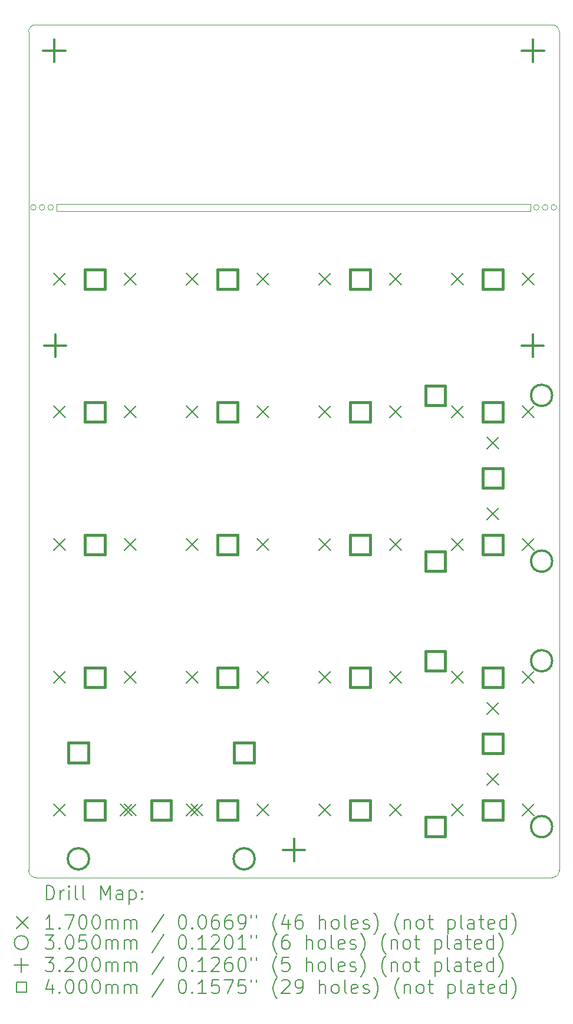
<source format=gbr>
%TF.GenerationSoftware,KiCad,Pcbnew,7.0.6*%
%TF.CreationDate,2024-02-23T19:12:38-05:00*%
%TF.ProjectId,20Key_macropad,32304b65-795f-46d6-9163-726f7061642e,rev?*%
%TF.SameCoordinates,Original*%
%TF.FileFunction,Drillmap*%
%TF.FilePolarity,Positive*%
%FSLAX45Y45*%
G04 Gerber Fmt 4.5, Leading zero omitted, Abs format (unit mm)*
G04 Created by KiCad (PCBNEW 7.0.6) date 2024-02-23 19:12:38*
%MOMM*%
%LPD*%
G01*
G04 APERTURE LIST*
%ADD10C,0.100000*%
%ADD11C,0.200000*%
%ADD12C,0.170000*%
%ADD13C,0.305000*%
%ADD14C,0.320000*%
%ADD15C,0.400000*%
G04 APERTURE END LIST*
D10*
X17420000Y-5923000D02*
G75*
G03*
X17420000Y-5923000I-40000J0D01*
G01*
X10320000Y-5923000D02*
G75*
G03*
X10320000Y-5923000I-40000J0D01*
G01*
X17670000Y-5923000D02*
G75*
G03*
X17670000Y-5923000I-40000J0D01*
G01*
X10187500Y-3300500D02*
X17607500Y-3300500D01*
X17607500Y-15541500D02*
G75*
G03*
X17707500Y-15441500I0J100000D01*
G01*
X10195000Y-5923000D02*
G75*
G03*
X10195000Y-5923000I-40000J0D01*
G01*
X10491900Y-5873000D02*
X17297500Y-5873000D01*
X17297500Y-5973000D01*
X10491900Y-5973000D01*
X10491900Y-5873000D01*
X17707500Y-3400500D02*
G75*
G03*
X17607500Y-3300500I-100000J0D01*
G01*
X10087500Y-15441500D02*
X10087500Y-3400500D01*
X10445000Y-5923000D02*
G75*
G03*
X10445000Y-5923000I-40000J0D01*
G01*
X17707500Y-3400500D02*
X17707500Y-15441500D01*
X10187500Y-3300500D02*
G75*
G03*
X10087500Y-3400500I0J-100000D01*
G01*
X17545000Y-5923000D02*
G75*
G03*
X17545000Y-5923000I-40000J0D01*
G01*
X17607500Y-15541500D02*
X10187500Y-15541500D01*
X10087500Y-15441500D02*
G75*
G03*
X10187500Y-15541500I100000J0D01*
G01*
D11*
D12*
X10447000Y-6868000D02*
X10617000Y-7038000D01*
X10617000Y-6868000D02*
X10447000Y-7038000D01*
X10447000Y-8773000D02*
X10617000Y-8943000D01*
X10617000Y-8773000D02*
X10447000Y-8943000D01*
X10447000Y-10678000D02*
X10617000Y-10848000D01*
X10617000Y-10678000D02*
X10447000Y-10848000D01*
X10447000Y-12583000D02*
X10617000Y-12753000D01*
X10617000Y-12583000D02*
X10447000Y-12753000D01*
X10447000Y-14488000D02*
X10617000Y-14658000D01*
X10617000Y-14488000D02*
X10447000Y-14658000D01*
X11399500Y-14488000D02*
X11569500Y-14658000D01*
X11569500Y-14488000D02*
X11399500Y-14658000D01*
X11463000Y-6868000D02*
X11633000Y-7038000D01*
X11633000Y-6868000D02*
X11463000Y-7038000D01*
X11463000Y-8773000D02*
X11633000Y-8943000D01*
X11633000Y-8773000D02*
X11463000Y-8943000D01*
X11463000Y-10678000D02*
X11633000Y-10848000D01*
X11633000Y-10678000D02*
X11463000Y-10848000D01*
X11463000Y-12583000D02*
X11633000Y-12753000D01*
X11633000Y-12583000D02*
X11463000Y-12753000D01*
X11463000Y-14488000D02*
X11633000Y-14658000D01*
X11633000Y-14488000D02*
X11463000Y-14658000D01*
X12352000Y-6868000D02*
X12522000Y-7038000D01*
X12522000Y-6868000D02*
X12352000Y-7038000D01*
X12352000Y-8773000D02*
X12522000Y-8943000D01*
X12522000Y-8773000D02*
X12352000Y-8943000D01*
X12352000Y-10678000D02*
X12522000Y-10848000D01*
X12522000Y-10678000D02*
X12352000Y-10848000D01*
X12352000Y-12583000D02*
X12522000Y-12753000D01*
X12522000Y-12583000D02*
X12352000Y-12753000D01*
X12352000Y-14488000D02*
X12522000Y-14658000D01*
X12522000Y-14488000D02*
X12352000Y-14658000D01*
X12415500Y-14488000D02*
X12585500Y-14658000D01*
X12585500Y-14488000D02*
X12415500Y-14658000D01*
X13368000Y-6868000D02*
X13538000Y-7038000D01*
X13538000Y-6868000D02*
X13368000Y-7038000D01*
X13368000Y-8773000D02*
X13538000Y-8943000D01*
X13538000Y-8773000D02*
X13368000Y-8943000D01*
X13368000Y-10678000D02*
X13538000Y-10848000D01*
X13538000Y-10678000D02*
X13368000Y-10848000D01*
X13368000Y-12583000D02*
X13538000Y-12753000D01*
X13538000Y-12583000D02*
X13368000Y-12753000D01*
X13368000Y-14488000D02*
X13538000Y-14658000D01*
X13538000Y-14488000D02*
X13368000Y-14658000D01*
X14257000Y-6868000D02*
X14427000Y-7038000D01*
X14427000Y-6868000D02*
X14257000Y-7038000D01*
X14257000Y-8773000D02*
X14427000Y-8943000D01*
X14427000Y-8773000D02*
X14257000Y-8943000D01*
X14257000Y-10678000D02*
X14427000Y-10848000D01*
X14427000Y-10678000D02*
X14257000Y-10848000D01*
X14257000Y-12583000D02*
X14427000Y-12753000D01*
X14427000Y-12583000D02*
X14257000Y-12753000D01*
X14257000Y-14488000D02*
X14427000Y-14658000D01*
X14427000Y-14488000D02*
X14257000Y-14658000D01*
X15273000Y-6868000D02*
X15443000Y-7038000D01*
X15443000Y-6868000D02*
X15273000Y-7038000D01*
X15273000Y-8773000D02*
X15443000Y-8943000D01*
X15443000Y-8773000D02*
X15273000Y-8943000D01*
X15273000Y-10678000D02*
X15443000Y-10848000D01*
X15443000Y-10678000D02*
X15273000Y-10848000D01*
X15273000Y-12583000D02*
X15443000Y-12753000D01*
X15443000Y-12583000D02*
X15273000Y-12753000D01*
X15273000Y-14488000D02*
X15443000Y-14658000D01*
X15443000Y-14488000D02*
X15273000Y-14658000D01*
X16162000Y-6868000D02*
X16332000Y-7038000D01*
X16332000Y-6868000D02*
X16162000Y-7038000D01*
X16162000Y-8773000D02*
X16332000Y-8943000D01*
X16332000Y-8773000D02*
X16162000Y-8943000D01*
X16162000Y-10678000D02*
X16332000Y-10848000D01*
X16332000Y-10678000D02*
X16162000Y-10848000D01*
X16162000Y-12583000D02*
X16332000Y-12753000D01*
X16332000Y-12583000D02*
X16162000Y-12753000D01*
X16162000Y-14488000D02*
X16332000Y-14658000D01*
X16332000Y-14488000D02*
X16162000Y-14658000D01*
X16670000Y-9217500D02*
X16840000Y-9387500D01*
X16840000Y-9217500D02*
X16670000Y-9387500D01*
X16670000Y-10233500D02*
X16840000Y-10403500D01*
X16840000Y-10233500D02*
X16670000Y-10403500D01*
X16670000Y-13027500D02*
X16840000Y-13197500D01*
X16840000Y-13027500D02*
X16670000Y-13197500D01*
X16670000Y-14043500D02*
X16840000Y-14213500D01*
X16840000Y-14043500D02*
X16670000Y-14213500D01*
X17178000Y-6868000D02*
X17348000Y-7038000D01*
X17348000Y-6868000D02*
X17178000Y-7038000D01*
X17178000Y-8773000D02*
X17348000Y-8943000D01*
X17348000Y-8773000D02*
X17178000Y-8943000D01*
X17178000Y-10678000D02*
X17348000Y-10848000D01*
X17348000Y-10678000D02*
X17178000Y-10848000D01*
X17178000Y-12583000D02*
X17348000Y-12753000D01*
X17348000Y-12583000D02*
X17178000Y-12753000D01*
X17178000Y-14488000D02*
X17348000Y-14658000D01*
X17348000Y-14488000D02*
X17178000Y-14658000D01*
D13*
X10955000Y-15273000D02*
G75*
G03*
X10955000Y-15273000I-152500J0D01*
G01*
X13335000Y-15273000D02*
G75*
G03*
X13335000Y-15273000I-152500J0D01*
G01*
X17607500Y-8620500D02*
G75*
G03*
X17607500Y-8620500I-152500J0D01*
G01*
X17607500Y-11000500D02*
G75*
G03*
X17607500Y-11000500I-152500J0D01*
G01*
X17607500Y-12430500D02*
G75*
G03*
X17607500Y-12430500I-152500J0D01*
G01*
X17607500Y-14810500D02*
G75*
G03*
X17607500Y-14810500I-152500J0D01*
G01*
D14*
X10455000Y-3513000D02*
X10455000Y-3833000D01*
X10295000Y-3673000D02*
X10615000Y-3673000D01*
X10468500Y-7745500D02*
X10468500Y-8065500D01*
X10308500Y-7905500D02*
X10628500Y-7905500D01*
X13897500Y-14984500D02*
X13897500Y-15304500D01*
X13737500Y-15144500D02*
X14057500Y-15144500D01*
X17326500Y-7745500D02*
X17326500Y-8065500D01*
X17166500Y-7905500D02*
X17486500Y-7905500D01*
X17330000Y-3513000D02*
X17330000Y-3833000D01*
X17170000Y-3673000D02*
X17490000Y-3673000D01*
D15*
X10943923Y-13890423D02*
X10943923Y-13607577D01*
X10661077Y-13607577D01*
X10661077Y-13890423D01*
X10943923Y-13890423D01*
X11181423Y-7094423D02*
X11181423Y-6811577D01*
X10898577Y-6811577D01*
X10898577Y-7094423D01*
X11181423Y-7094423D01*
X11181423Y-8999423D02*
X11181423Y-8716577D01*
X10898577Y-8716577D01*
X10898577Y-8999423D01*
X11181423Y-8999423D01*
X11181423Y-10904423D02*
X11181423Y-10621577D01*
X10898577Y-10621577D01*
X10898577Y-10904423D01*
X11181423Y-10904423D01*
X11181423Y-12809423D02*
X11181423Y-12526577D01*
X10898577Y-12526577D01*
X10898577Y-12809423D01*
X11181423Y-12809423D01*
X11181423Y-14714423D02*
X11181423Y-14431577D01*
X10898577Y-14431577D01*
X10898577Y-14714423D01*
X11181423Y-14714423D01*
X12133923Y-14714423D02*
X12133923Y-14431577D01*
X11851077Y-14431577D01*
X11851077Y-14714423D01*
X12133923Y-14714423D01*
X13086423Y-7094423D02*
X13086423Y-6811577D01*
X12803577Y-6811577D01*
X12803577Y-7094423D01*
X13086423Y-7094423D01*
X13086423Y-8999423D02*
X13086423Y-8716577D01*
X12803577Y-8716577D01*
X12803577Y-8999423D01*
X13086423Y-8999423D01*
X13086423Y-10904423D02*
X13086423Y-10621577D01*
X12803577Y-10621577D01*
X12803577Y-10904423D01*
X13086423Y-10904423D01*
X13086423Y-12809423D02*
X13086423Y-12526577D01*
X12803577Y-12526577D01*
X12803577Y-12809423D01*
X13086423Y-12809423D01*
X13086423Y-14714423D02*
X13086423Y-14431577D01*
X12803577Y-14431577D01*
X12803577Y-14714423D01*
X13086423Y-14714423D01*
X13323923Y-13890423D02*
X13323923Y-13607577D01*
X13041077Y-13607577D01*
X13041077Y-13890423D01*
X13323923Y-13890423D01*
X14991423Y-7094423D02*
X14991423Y-6811577D01*
X14708577Y-6811577D01*
X14708577Y-7094423D01*
X14991423Y-7094423D01*
X14991423Y-8999423D02*
X14991423Y-8716577D01*
X14708577Y-8716577D01*
X14708577Y-8999423D01*
X14991423Y-8999423D01*
X14991423Y-10904423D02*
X14991423Y-10621577D01*
X14708577Y-10621577D01*
X14708577Y-10904423D01*
X14991423Y-10904423D01*
X14991423Y-12809423D02*
X14991423Y-12526577D01*
X14708577Y-12526577D01*
X14708577Y-12809423D01*
X14991423Y-12809423D01*
X14991423Y-14714423D02*
X14991423Y-14431577D01*
X14708577Y-14431577D01*
X14708577Y-14714423D01*
X14991423Y-14714423D01*
X16072423Y-8761923D02*
X16072423Y-8479077D01*
X15789577Y-8479077D01*
X15789577Y-8761923D01*
X16072423Y-8761923D01*
X16072423Y-11141923D02*
X16072423Y-10859077D01*
X15789577Y-10859077D01*
X15789577Y-11141923D01*
X16072423Y-11141923D01*
X16072423Y-12571923D02*
X16072423Y-12289077D01*
X15789577Y-12289077D01*
X15789577Y-12571923D01*
X16072423Y-12571923D01*
X16072423Y-14951923D02*
X16072423Y-14669077D01*
X15789577Y-14669077D01*
X15789577Y-14951923D01*
X16072423Y-14951923D01*
X16896423Y-7094423D02*
X16896423Y-6811577D01*
X16613577Y-6811577D01*
X16613577Y-7094423D01*
X16896423Y-7094423D01*
X16896423Y-8999423D02*
X16896423Y-8716577D01*
X16613577Y-8716577D01*
X16613577Y-8999423D01*
X16896423Y-8999423D01*
X16896423Y-9951923D02*
X16896423Y-9669077D01*
X16613577Y-9669077D01*
X16613577Y-9951923D01*
X16896423Y-9951923D01*
X16896423Y-10904423D02*
X16896423Y-10621577D01*
X16613577Y-10621577D01*
X16613577Y-10904423D01*
X16896423Y-10904423D01*
X16896423Y-12809423D02*
X16896423Y-12526577D01*
X16613577Y-12526577D01*
X16613577Y-12809423D01*
X16896423Y-12809423D01*
X16896423Y-13761923D02*
X16896423Y-13479077D01*
X16613577Y-13479077D01*
X16613577Y-13761923D01*
X16896423Y-13761923D01*
X16896423Y-14714423D02*
X16896423Y-14431577D01*
X16613577Y-14431577D01*
X16613577Y-14714423D01*
X16896423Y-14714423D01*
D11*
X10343277Y-15857984D02*
X10343277Y-15657984D01*
X10343277Y-15657984D02*
X10390896Y-15657984D01*
X10390896Y-15657984D02*
X10419467Y-15667508D01*
X10419467Y-15667508D02*
X10438515Y-15686555D01*
X10438515Y-15686555D02*
X10448039Y-15705603D01*
X10448039Y-15705603D02*
X10457563Y-15743698D01*
X10457563Y-15743698D02*
X10457563Y-15772269D01*
X10457563Y-15772269D02*
X10448039Y-15810365D01*
X10448039Y-15810365D02*
X10438515Y-15829412D01*
X10438515Y-15829412D02*
X10419467Y-15848460D01*
X10419467Y-15848460D02*
X10390896Y-15857984D01*
X10390896Y-15857984D02*
X10343277Y-15857984D01*
X10543277Y-15857984D02*
X10543277Y-15724650D01*
X10543277Y-15762746D02*
X10552801Y-15743698D01*
X10552801Y-15743698D02*
X10562324Y-15734174D01*
X10562324Y-15734174D02*
X10581372Y-15724650D01*
X10581372Y-15724650D02*
X10600420Y-15724650D01*
X10667086Y-15857984D02*
X10667086Y-15724650D01*
X10667086Y-15657984D02*
X10657563Y-15667508D01*
X10657563Y-15667508D02*
X10667086Y-15677031D01*
X10667086Y-15677031D02*
X10676610Y-15667508D01*
X10676610Y-15667508D02*
X10667086Y-15657984D01*
X10667086Y-15657984D02*
X10667086Y-15677031D01*
X10790896Y-15857984D02*
X10771848Y-15848460D01*
X10771848Y-15848460D02*
X10762324Y-15829412D01*
X10762324Y-15829412D02*
X10762324Y-15657984D01*
X10895658Y-15857984D02*
X10876610Y-15848460D01*
X10876610Y-15848460D02*
X10867086Y-15829412D01*
X10867086Y-15829412D02*
X10867086Y-15657984D01*
X11124229Y-15857984D02*
X11124229Y-15657984D01*
X11124229Y-15657984D02*
X11190896Y-15800841D01*
X11190896Y-15800841D02*
X11257562Y-15657984D01*
X11257562Y-15657984D02*
X11257562Y-15857984D01*
X11438515Y-15857984D02*
X11438515Y-15753222D01*
X11438515Y-15753222D02*
X11428991Y-15734174D01*
X11428991Y-15734174D02*
X11409943Y-15724650D01*
X11409943Y-15724650D02*
X11371848Y-15724650D01*
X11371848Y-15724650D02*
X11352801Y-15734174D01*
X11438515Y-15848460D02*
X11419467Y-15857984D01*
X11419467Y-15857984D02*
X11371848Y-15857984D01*
X11371848Y-15857984D02*
X11352801Y-15848460D01*
X11352801Y-15848460D02*
X11343277Y-15829412D01*
X11343277Y-15829412D02*
X11343277Y-15810365D01*
X11343277Y-15810365D02*
X11352801Y-15791317D01*
X11352801Y-15791317D02*
X11371848Y-15781793D01*
X11371848Y-15781793D02*
X11419467Y-15781793D01*
X11419467Y-15781793D02*
X11438515Y-15772269D01*
X11533753Y-15724650D02*
X11533753Y-15924650D01*
X11533753Y-15734174D02*
X11552801Y-15724650D01*
X11552801Y-15724650D02*
X11590896Y-15724650D01*
X11590896Y-15724650D02*
X11609943Y-15734174D01*
X11609943Y-15734174D02*
X11619467Y-15743698D01*
X11619467Y-15743698D02*
X11628991Y-15762746D01*
X11628991Y-15762746D02*
X11628991Y-15819888D01*
X11628991Y-15819888D02*
X11619467Y-15838936D01*
X11619467Y-15838936D02*
X11609943Y-15848460D01*
X11609943Y-15848460D02*
X11590896Y-15857984D01*
X11590896Y-15857984D02*
X11552801Y-15857984D01*
X11552801Y-15857984D02*
X11533753Y-15848460D01*
X11714705Y-15838936D02*
X11724229Y-15848460D01*
X11724229Y-15848460D02*
X11714705Y-15857984D01*
X11714705Y-15857984D02*
X11705182Y-15848460D01*
X11705182Y-15848460D02*
X11714705Y-15838936D01*
X11714705Y-15838936D02*
X11714705Y-15857984D01*
X11714705Y-15734174D02*
X11724229Y-15743698D01*
X11724229Y-15743698D02*
X11714705Y-15753222D01*
X11714705Y-15753222D02*
X11705182Y-15743698D01*
X11705182Y-15743698D02*
X11714705Y-15734174D01*
X11714705Y-15734174D02*
X11714705Y-15753222D01*
D12*
X9912500Y-16101500D02*
X10082500Y-16271500D01*
X10082500Y-16101500D02*
X9912500Y-16271500D01*
D11*
X10448039Y-16277984D02*
X10333753Y-16277984D01*
X10390896Y-16277984D02*
X10390896Y-16077984D01*
X10390896Y-16077984D02*
X10371848Y-16106555D01*
X10371848Y-16106555D02*
X10352801Y-16125603D01*
X10352801Y-16125603D02*
X10333753Y-16135127D01*
X10533753Y-16258936D02*
X10543277Y-16268460D01*
X10543277Y-16268460D02*
X10533753Y-16277984D01*
X10533753Y-16277984D02*
X10524229Y-16268460D01*
X10524229Y-16268460D02*
X10533753Y-16258936D01*
X10533753Y-16258936D02*
X10533753Y-16277984D01*
X10609944Y-16077984D02*
X10743277Y-16077984D01*
X10743277Y-16077984D02*
X10657563Y-16277984D01*
X10857563Y-16077984D02*
X10876610Y-16077984D01*
X10876610Y-16077984D02*
X10895658Y-16087508D01*
X10895658Y-16087508D02*
X10905182Y-16097031D01*
X10905182Y-16097031D02*
X10914705Y-16116079D01*
X10914705Y-16116079D02*
X10924229Y-16154174D01*
X10924229Y-16154174D02*
X10924229Y-16201793D01*
X10924229Y-16201793D02*
X10914705Y-16239888D01*
X10914705Y-16239888D02*
X10905182Y-16258936D01*
X10905182Y-16258936D02*
X10895658Y-16268460D01*
X10895658Y-16268460D02*
X10876610Y-16277984D01*
X10876610Y-16277984D02*
X10857563Y-16277984D01*
X10857563Y-16277984D02*
X10838515Y-16268460D01*
X10838515Y-16268460D02*
X10828991Y-16258936D01*
X10828991Y-16258936D02*
X10819467Y-16239888D01*
X10819467Y-16239888D02*
X10809944Y-16201793D01*
X10809944Y-16201793D02*
X10809944Y-16154174D01*
X10809944Y-16154174D02*
X10819467Y-16116079D01*
X10819467Y-16116079D02*
X10828991Y-16097031D01*
X10828991Y-16097031D02*
X10838515Y-16087508D01*
X10838515Y-16087508D02*
X10857563Y-16077984D01*
X11048039Y-16077984D02*
X11067086Y-16077984D01*
X11067086Y-16077984D02*
X11086134Y-16087508D01*
X11086134Y-16087508D02*
X11095658Y-16097031D01*
X11095658Y-16097031D02*
X11105182Y-16116079D01*
X11105182Y-16116079D02*
X11114705Y-16154174D01*
X11114705Y-16154174D02*
X11114705Y-16201793D01*
X11114705Y-16201793D02*
X11105182Y-16239888D01*
X11105182Y-16239888D02*
X11095658Y-16258936D01*
X11095658Y-16258936D02*
X11086134Y-16268460D01*
X11086134Y-16268460D02*
X11067086Y-16277984D01*
X11067086Y-16277984D02*
X11048039Y-16277984D01*
X11048039Y-16277984D02*
X11028991Y-16268460D01*
X11028991Y-16268460D02*
X11019467Y-16258936D01*
X11019467Y-16258936D02*
X11009944Y-16239888D01*
X11009944Y-16239888D02*
X11000420Y-16201793D01*
X11000420Y-16201793D02*
X11000420Y-16154174D01*
X11000420Y-16154174D02*
X11009944Y-16116079D01*
X11009944Y-16116079D02*
X11019467Y-16097031D01*
X11019467Y-16097031D02*
X11028991Y-16087508D01*
X11028991Y-16087508D02*
X11048039Y-16077984D01*
X11200420Y-16277984D02*
X11200420Y-16144650D01*
X11200420Y-16163698D02*
X11209943Y-16154174D01*
X11209943Y-16154174D02*
X11228991Y-16144650D01*
X11228991Y-16144650D02*
X11257563Y-16144650D01*
X11257563Y-16144650D02*
X11276610Y-16154174D01*
X11276610Y-16154174D02*
X11286134Y-16173222D01*
X11286134Y-16173222D02*
X11286134Y-16277984D01*
X11286134Y-16173222D02*
X11295658Y-16154174D01*
X11295658Y-16154174D02*
X11314705Y-16144650D01*
X11314705Y-16144650D02*
X11343277Y-16144650D01*
X11343277Y-16144650D02*
X11362324Y-16154174D01*
X11362324Y-16154174D02*
X11371848Y-16173222D01*
X11371848Y-16173222D02*
X11371848Y-16277984D01*
X11467086Y-16277984D02*
X11467086Y-16144650D01*
X11467086Y-16163698D02*
X11476610Y-16154174D01*
X11476610Y-16154174D02*
X11495658Y-16144650D01*
X11495658Y-16144650D02*
X11524229Y-16144650D01*
X11524229Y-16144650D02*
X11543277Y-16154174D01*
X11543277Y-16154174D02*
X11552801Y-16173222D01*
X11552801Y-16173222D02*
X11552801Y-16277984D01*
X11552801Y-16173222D02*
X11562324Y-16154174D01*
X11562324Y-16154174D02*
X11581372Y-16144650D01*
X11581372Y-16144650D02*
X11609943Y-16144650D01*
X11609943Y-16144650D02*
X11628991Y-16154174D01*
X11628991Y-16154174D02*
X11638515Y-16173222D01*
X11638515Y-16173222D02*
X11638515Y-16277984D01*
X12028991Y-16068460D02*
X11857563Y-16325603D01*
X12286134Y-16077984D02*
X12305182Y-16077984D01*
X12305182Y-16077984D02*
X12324229Y-16087508D01*
X12324229Y-16087508D02*
X12333753Y-16097031D01*
X12333753Y-16097031D02*
X12343277Y-16116079D01*
X12343277Y-16116079D02*
X12352801Y-16154174D01*
X12352801Y-16154174D02*
X12352801Y-16201793D01*
X12352801Y-16201793D02*
X12343277Y-16239888D01*
X12343277Y-16239888D02*
X12333753Y-16258936D01*
X12333753Y-16258936D02*
X12324229Y-16268460D01*
X12324229Y-16268460D02*
X12305182Y-16277984D01*
X12305182Y-16277984D02*
X12286134Y-16277984D01*
X12286134Y-16277984D02*
X12267086Y-16268460D01*
X12267086Y-16268460D02*
X12257563Y-16258936D01*
X12257563Y-16258936D02*
X12248039Y-16239888D01*
X12248039Y-16239888D02*
X12238515Y-16201793D01*
X12238515Y-16201793D02*
X12238515Y-16154174D01*
X12238515Y-16154174D02*
X12248039Y-16116079D01*
X12248039Y-16116079D02*
X12257563Y-16097031D01*
X12257563Y-16097031D02*
X12267086Y-16087508D01*
X12267086Y-16087508D02*
X12286134Y-16077984D01*
X12438515Y-16258936D02*
X12448039Y-16268460D01*
X12448039Y-16268460D02*
X12438515Y-16277984D01*
X12438515Y-16277984D02*
X12428991Y-16268460D01*
X12428991Y-16268460D02*
X12438515Y-16258936D01*
X12438515Y-16258936D02*
X12438515Y-16277984D01*
X12571848Y-16077984D02*
X12590896Y-16077984D01*
X12590896Y-16077984D02*
X12609944Y-16087508D01*
X12609944Y-16087508D02*
X12619467Y-16097031D01*
X12619467Y-16097031D02*
X12628991Y-16116079D01*
X12628991Y-16116079D02*
X12638515Y-16154174D01*
X12638515Y-16154174D02*
X12638515Y-16201793D01*
X12638515Y-16201793D02*
X12628991Y-16239888D01*
X12628991Y-16239888D02*
X12619467Y-16258936D01*
X12619467Y-16258936D02*
X12609944Y-16268460D01*
X12609944Y-16268460D02*
X12590896Y-16277984D01*
X12590896Y-16277984D02*
X12571848Y-16277984D01*
X12571848Y-16277984D02*
X12552801Y-16268460D01*
X12552801Y-16268460D02*
X12543277Y-16258936D01*
X12543277Y-16258936D02*
X12533753Y-16239888D01*
X12533753Y-16239888D02*
X12524229Y-16201793D01*
X12524229Y-16201793D02*
X12524229Y-16154174D01*
X12524229Y-16154174D02*
X12533753Y-16116079D01*
X12533753Y-16116079D02*
X12543277Y-16097031D01*
X12543277Y-16097031D02*
X12552801Y-16087508D01*
X12552801Y-16087508D02*
X12571848Y-16077984D01*
X12809944Y-16077984D02*
X12771848Y-16077984D01*
X12771848Y-16077984D02*
X12752801Y-16087508D01*
X12752801Y-16087508D02*
X12743277Y-16097031D01*
X12743277Y-16097031D02*
X12724229Y-16125603D01*
X12724229Y-16125603D02*
X12714706Y-16163698D01*
X12714706Y-16163698D02*
X12714706Y-16239888D01*
X12714706Y-16239888D02*
X12724229Y-16258936D01*
X12724229Y-16258936D02*
X12733753Y-16268460D01*
X12733753Y-16268460D02*
X12752801Y-16277984D01*
X12752801Y-16277984D02*
X12790896Y-16277984D01*
X12790896Y-16277984D02*
X12809944Y-16268460D01*
X12809944Y-16268460D02*
X12819467Y-16258936D01*
X12819467Y-16258936D02*
X12828991Y-16239888D01*
X12828991Y-16239888D02*
X12828991Y-16192269D01*
X12828991Y-16192269D02*
X12819467Y-16173222D01*
X12819467Y-16173222D02*
X12809944Y-16163698D01*
X12809944Y-16163698D02*
X12790896Y-16154174D01*
X12790896Y-16154174D02*
X12752801Y-16154174D01*
X12752801Y-16154174D02*
X12733753Y-16163698D01*
X12733753Y-16163698D02*
X12724229Y-16173222D01*
X12724229Y-16173222D02*
X12714706Y-16192269D01*
X13000420Y-16077984D02*
X12962325Y-16077984D01*
X12962325Y-16077984D02*
X12943277Y-16087508D01*
X12943277Y-16087508D02*
X12933753Y-16097031D01*
X12933753Y-16097031D02*
X12914706Y-16125603D01*
X12914706Y-16125603D02*
X12905182Y-16163698D01*
X12905182Y-16163698D02*
X12905182Y-16239888D01*
X12905182Y-16239888D02*
X12914706Y-16258936D01*
X12914706Y-16258936D02*
X12924229Y-16268460D01*
X12924229Y-16268460D02*
X12943277Y-16277984D01*
X12943277Y-16277984D02*
X12981372Y-16277984D01*
X12981372Y-16277984D02*
X13000420Y-16268460D01*
X13000420Y-16268460D02*
X13009944Y-16258936D01*
X13009944Y-16258936D02*
X13019467Y-16239888D01*
X13019467Y-16239888D02*
X13019467Y-16192269D01*
X13019467Y-16192269D02*
X13009944Y-16173222D01*
X13009944Y-16173222D02*
X13000420Y-16163698D01*
X13000420Y-16163698D02*
X12981372Y-16154174D01*
X12981372Y-16154174D02*
X12943277Y-16154174D01*
X12943277Y-16154174D02*
X12924229Y-16163698D01*
X12924229Y-16163698D02*
X12914706Y-16173222D01*
X12914706Y-16173222D02*
X12905182Y-16192269D01*
X13114706Y-16277984D02*
X13152801Y-16277984D01*
X13152801Y-16277984D02*
X13171848Y-16268460D01*
X13171848Y-16268460D02*
X13181372Y-16258936D01*
X13181372Y-16258936D02*
X13200420Y-16230365D01*
X13200420Y-16230365D02*
X13209944Y-16192269D01*
X13209944Y-16192269D02*
X13209944Y-16116079D01*
X13209944Y-16116079D02*
X13200420Y-16097031D01*
X13200420Y-16097031D02*
X13190896Y-16087508D01*
X13190896Y-16087508D02*
X13171848Y-16077984D01*
X13171848Y-16077984D02*
X13133753Y-16077984D01*
X13133753Y-16077984D02*
X13114706Y-16087508D01*
X13114706Y-16087508D02*
X13105182Y-16097031D01*
X13105182Y-16097031D02*
X13095658Y-16116079D01*
X13095658Y-16116079D02*
X13095658Y-16163698D01*
X13095658Y-16163698D02*
X13105182Y-16182746D01*
X13105182Y-16182746D02*
X13114706Y-16192269D01*
X13114706Y-16192269D02*
X13133753Y-16201793D01*
X13133753Y-16201793D02*
X13171848Y-16201793D01*
X13171848Y-16201793D02*
X13190896Y-16192269D01*
X13190896Y-16192269D02*
X13200420Y-16182746D01*
X13200420Y-16182746D02*
X13209944Y-16163698D01*
X13286134Y-16077984D02*
X13286134Y-16116079D01*
X13362325Y-16077984D02*
X13362325Y-16116079D01*
X13657563Y-16354174D02*
X13648039Y-16344650D01*
X13648039Y-16344650D02*
X13628991Y-16316079D01*
X13628991Y-16316079D02*
X13619468Y-16297031D01*
X13619468Y-16297031D02*
X13609944Y-16268460D01*
X13609944Y-16268460D02*
X13600420Y-16220841D01*
X13600420Y-16220841D02*
X13600420Y-16182746D01*
X13600420Y-16182746D02*
X13609944Y-16135127D01*
X13609944Y-16135127D02*
X13619468Y-16106555D01*
X13619468Y-16106555D02*
X13628991Y-16087508D01*
X13628991Y-16087508D02*
X13648039Y-16058936D01*
X13648039Y-16058936D02*
X13657563Y-16049412D01*
X13819468Y-16144650D02*
X13819468Y-16277984D01*
X13771848Y-16068460D02*
X13724229Y-16211317D01*
X13724229Y-16211317D02*
X13848039Y-16211317D01*
X14009944Y-16077984D02*
X13971848Y-16077984D01*
X13971848Y-16077984D02*
X13952801Y-16087508D01*
X13952801Y-16087508D02*
X13943277Y-16097031D01*
X13943277Y-16097031D02*
X13924229Y-16125603D01*
X13924229Y-16125603D02*
X13914706Y-16163698D01*
X13914706Y-16163698D02*
X13914706Y-16239888D01*
X13914706Y-16239888D02*
X13924229Y-16258936D01*
X13924229Y-16258936D02*
X13933753Y-16268460D01*
X13933753Y-16268460D02*
X13952801Y-16277984D01*
X13952801Y-16277984D02*
X13990896Y-16277984D01*
X13990896Y-16277984D02*
X14009944Y-16268460D01*
X14009944Y-16268460D02*
X14019468Y-16258936D01*
X14019468Y-16258936D02*
X14028991Y-16239888D01*
X14028991Y-16239888D02*
X14028991Y-16192269D01*
X14028991Y-16192269D02*
X14019468Y-16173222D01*
X14019468Y-16173222D02*
X14009944Y-16163698D01*
X14009944Y-16163698D02*
X13990896Y-16154174D01*
X13990896Y-16154174D02*
X13952801Y-16154174D01*
X13952801Y-16154174D02*
X13933753Y-16163698D01*
X13933753Y-16163698D02*
X13924229Y-16173222D01*
X13924229Y-16173222D02*
X13914706Y-16192269D01*
X14267087Y-16277984D02*
X14267087Y-16077984D01*
X14352801Y-16277984D02*
X14352801Y-16173222D01*
X14352801Y-16173222D02*
X14343277Y-16154174D01*
X14343277Y-16154174D02*
X14324230Y-16144650D01*
X14324230Y-16144650D02*
X14295658Y-16144650D01*
X14295658Y-16144650D02*
X14276610Y-16154174D01*
X14276610Y-16154174D02*
X14267087Y-16163698D01*
X14476610Y-16277984D02*
X14457563Y-16268460D01*
X14457563Y-16268460D02*
X14448039Y-16258936D01*
X14448039Y-16258936D02*
X14438515Y-16239888D01*
X14438515Y-16239888D02*
X14438515Y-16182746D01*
X14438515Y-16182746D02*
X14448039Y-16163698D01*
X14448039Y-16163698D02*
X14457563Y-16154174D01*
X14457563Y-16154174D02*
X14476610Y-16144650D01*
X14476610Y-16144650D02*
X14505182Y-16144650D01*
X14505182Y-16144650D02*
X14524230Y-16154174D01*
X14524230Y-16154174D02*
X14533753Y-16163698D01*
X14533753Y-16163698D02*
X14543277Y-16182746D01*
X14543277Y-16182746D02*
X14543277Y-16239888D01*
X14543277Y-16239888D02*
X14533753Y-16258936D01*
X14533753Y-16258936D02*
X14524230Y-16268460D01*
X14524230Y-16268460D02*
X14505182Y-16277984D01*
X14505182Y-16277984D02*
X14476610Y-16277984D01*
X14657563Y-16277984D02*
X14638515Y-16268460D01*
X14638515Y-16268460D02*
X14628991Y-16249412D01*
X14628991Y-16249412D02*
X14628991Y-16077984D01*
X14809944Y-16268460D02*
X14790896Y-16277984D01*
X14790896Y-16277984D02*
X14752801Y-16277984D01*
X14752801Y-16277984D02*
X14733753Y-16268460D01*
X14733753Y-16268460D02*
X14724230Y-16249412D01*
X14724230Y-16249412D02*
X14724230Y-16173222D01*
X14724230Y-16173222D02*
X14733753Y-16154174D01*
X14733753Y-16154174D02*
X14752801Y-16144650D01*
X14752801Y-16144650D02*
X14790896Y-16144650D01*
X14790896Y-16144650D02*
X14809944Y-16154174D01*
X14809944Y-16154174D02*
X14819468Y-16173222D01*
X14819468Y-16173222D02*
X14819468Y-16192269D01*
X14819468Y-16192269D02*
X14724230Y-16211317D01*
X14895658Y-16268460D02*
X14914706Y-16277984D01*
X14914706Y-16277984D02*
X14952801Y-16277984D01*
X14952801Y-16277984D02*
X14971849Y-16268460D01*
X14971849Y-16268460D02*
X14981372Y-16249412D01*
X14981372Y-16249412D02*
X14981372Y-16239888D01*
X14981372Y-16239888D02*
X14971849Y-16220841D01*
X14971849Y-16220841D02*
X14952801Y-16211317D01*
X14952801Y-16211317D02*
X14924230Y-16211317D01*
X14924230Y-16211317D02*
X14905182Y-16201793D01*
X14905182Y-16201793D02*
X14895658Y-16182746D01*
X14895658Y-16182746D02*
X14895658Y-16173222D01*
X14895658Y-16173222D02*
X14905182Y-16154174D01*
X14905182Y-16154174D02*
X14924230Y-16144650D01*
X14924230Y-16144650D02*
X14952801Y-16144650D01*
X14952801Y-16144650D02*
X14971849Y-16154174D01*
X15048039Y-16354174D02*
X15057563Y-16344650D01*
X15057563Y-16344650D02*
X15076611Y-16316079D01*
X15076611Y-16316079D02*
X15086134Y-16297031D01*
X15086134Y-16297031D02*
X15095658Y-16268460D01*
X15095658Y-16268460D02*
X15105182Y-16220841D01*
X15105182Y-16220841D02*
X15105182Y-16182746D01*
X15105182Y-16182746D02*
X15095658Y-16135127D01*
X15095658Y-16135127D02*
X15086134Y-16106555D01*
X15086134Y-16106555D02*
X15076611Y-16087508D01*
X15076611Y-16087508D02*
X15057563Y-16058936D01*
X15057563Y-16058936D02*
X15048039Y-16049412D01*
X15409944Y-16354174D02*
X15400420Y-16344650D01*
X15400420Y-16344650D02*
X15381372Y-16316079D01*
X15381372Y-16316079D02*
X15371849Y-16297031D01*
X15371849Y-16297031D02*
X15362325Y-16268460D01*
X15362325Y-16268460D02*
X15352801Y-16220841D01*
X15352801Y-16220841D02*
X15352801Y-16182746D01*
X15352801Y-16182746D02*
X15362325Y-16135127D01*
X15362325Y-16135127D02*
X15371849Y-16106555D01*
X15371849Y-16106555D02*
X15381372Y-16087508D01*
X15381372Y-16087508D02*
X15400420Y-16058936D01*
X15400420Y-16058936D02*
X15409944Y-16049412D01*
X15486134Y-16144650D02*
X15486134Y-16277984D01*
X15486134Y-16163698D02*
X15495658Y-16154174D01*
X15495658Y-16154174D02*
X15514706Y-16144650D01*
X15514706Y-16144650D02*
X15543277Y-16144650D01*
X15543277Y-16144650D02*
X15562325Y-16154174D01*
X15562325Y-16154174D02*
X15571849Y-16173222D01*
X15571849Y-16173222D02*
X15571849Y-16277984D01*
X15695658Y-16277984D02*
X15676611Y-16268460D01*
X15676611Y-16268460D02*
X15667087Y-16258936D01*
X15667087Y-16258936D02*
X15657563Y-16239888D01*
X15657563Y-16239888D02*
X15657563Y-16182746D01*
X15657563Y-16182746D02*
X15667087Y-16163698D01*
X15667087Y-16163698D02*
X15676611Y-16154174D01*
X15676611Y-16154174D02*
X15695658Y-16144650D01*
X15695658Y-16144650D02*
X15724230Y-16144650D01*
X15724230Y-16144650D02*
X15743277Y-16154174D01*
X15743277Y-16154174D02*
X15752801Y-16163698D01*
X15752801Y-16163698D02*
X15762325Y-16182746D01*
X15762325Y-16182746D02*
X15762325Y-16239888D01*
X15762325Y-16239888D02*
X15752801Y-16258936D01*
X15752801Y-16258936D02*
X15743277Y-16268460D01*
X15743277Y-16268460D02*
X15724230Y-16277984D01*
X15724230Y-16277984D02*
X15695658Y-16277984D01*
X15819468Y-16144650D02*
X15895658Y-16144650D01*
X15848039Y-16077984D02*
X15848039Y-16249412D01*
X15848039Y-16249412D02*
X15857563Y-16268460D01*
X15857563Y-16268460D02*
X15876611Y-16277984D01*
X15876611Y-16277984D02*
X15895658Y-16277984D01*
X16114706Y-16144650D02*
X16114706Y-16344650D01*
X16114706Y-16154174D02*
X16133753Y-16144650D01*
X16133753Y-16144650D02*
X16171849Y-16144650D01*
X16171849Y-16144650D02*
X16190896Y-16154174D01*
X16190896Y-16154174D02*
X16200420Y-16163698D01*
X16200420Y-16163698D02*
X16209944Y-16182746D01*
X16209944Y-16182746D02*
X16209944Y-16239888D01*
X16209944Y-16239888D02*
X16200420Y-16258936D01*
X16200420Y-16258936D02*
X16190896Y-16268460D01*
X16190896Y-16268460D02*
X16171849Y-16277984D01*
X16171849Y-16277984D02*
X16133753Y-16277984D01*
X16133753Y-16277984D02*
X16114706Y-16268460D01*
X16324230Y-16277984D02*
X16305182Y-16268460D01*
X16305182Y-16268460D02*
X16295658Y-16249412D01*
X16295658Y-16249412D02*
X16295658Y-16077984D01*
X16486134Y-16277984D02*
X16486134Y-16173222D01*
X16486134Y-16173222D02*
X16476611Y-16154174D01*
X16476611Y-16154174D02*
X16457563Y-16144650D01*
X16457563Y-16144650D02*
X16419468Y-16144650D01*
X16419468Y-16144650D02*
X16400420Y-16154174D01*
X16486134Y-16268460D02*
X16467087Y-16277984D01*
X16467087Y-16277984D02*
X16419468Y-16277984D01*
X16419468Y-16277984D02*
X16400420Y-16268460D01*
X16400420Y-16268460D02*
X16390896Y-16249412D01*
X16390896Y-16249412D02*
X16390896Y-16230365D01*
X16390896Y-16230365D02*
X16400420Y-16211317D01*
X16400420Y-16211317D02*
X16419468Y-16201793D01*
X16419468Y-16201793D02*
X16467087Y-16201793D01*
X16467087Y-16201793D02*
X16486134Y-16192269D01*
X16552801Y-16144650D02*
X16628992Y-16144650D01*
X16581373Y-16077984D02*
X16581373Y-16249412D01*
X16581373Y-16249412D02*
X16590896Y-16268460D01*
X16590896Y-16268460D02*
X16609944Y-16277984D01*
X16609944Y-16277984D02*
X16628992Y-16277984D01*
X16771849Y-16268460D02*
X16752801Y-16277984D01*
X16752801Y-16277984D02*
X16714706Y-16277984D01*
X16714706Y-16277984D02*
X16695658Y-16268460D01*
X16695658Y-16268460D02*
X16686134Y-16249412D01*
X16686134Y-16249412D02*
X16686134Y-16173222D01*
X16686134Y-16173222D02*
X16695658Y-16154174D01*
X16695658Y-16154174D02*
X16714706Y-16144650D01*
X16714706Y-16144650D02*
X16752801Y-16144650D01*
X16752801Y-16144650D02*
X16771849Y-16154174D01*
X16771849Y-16154174D02*
X16781373Y-16173222D01*
X16781373Y-16173222D02*
X16781373Y-16192269D01*
X16781373Y-16192269D02*
X16686134Y-16211317D01*
X16952801Y-16277984D02*
X16952801Y-16077984D01*
X16952801Y-16268460D02*
X16933754Y-16277984D01*
X16933754Y-16277984D02*
X16895658Y-16277984D01*
X16895658Y-16277984D02*
X16876611Y-16268460D01*
X16876611Y-16268460D02*
X16867087Y-16258936D01*
X16867087Y-16258936D02*
X16857563Y-16239888D01*
X16857563Y-16239888D02*
X16857563Y-16182746D01*
X16857563Y-16182746D02*
X16867087Y-16163698D01*
X16867087Y-16163698D02*
X16876611Y-16154174D01*
X16876611Y-16154174D02*
X16895658Y-16144650D01*
X16895658Y-16144650D02*
X16933754Y-16144650D01*
X16933754Y-16144650D02*
X16952801Y-16154174D01*
X17028992Y-16354174D02*
X17038516Y-16344650D01*
X17038516Y-16344650D02*
X17057563Y-16316079D01*
X17057563Y-16316079D02*
X17067087Y-16297031D01*
X17067087Y-16297031D02*
X17076611Y-16268460D01*
X17076611Y-16268460D02*
X17086135Y-16220841D01*
X17086135Y-16220841D02*
X17086135Y-16182746D01*
X17086135Y-16182746D02*
X17076611Y-16135127D01*
X17076611Y-16135127D02*
X17067087Y-16106555D01*
X17067087Y-16106555D02*
X17057563Y-16087508D01*
X17057563Y-16087508D02*
X17038516Y-16058936D01*
X17038516Y-16058936D02*
X17028992Y-16049412D01*
X10082500Y-16476500D02*
G75*
G03*
X10082500Y-16476500I-100000J0D01*
G01*
X10324229Y-16367984D02*
X10448039Y-16367984D01*
X10448039Y-16367984D02*
X10381372Y-16444174D01*
X10381372Y-16444174D02*
X10409944Y-16444174D01*
X10409944Y-16444174D02*
X10428991Y-16453698D01*
X10428991Y-16453698D02*
X10438515Y-16463222D01*
X10438515Y-16463222D02*
X10448039Y-16482269D01*
X10448039Y-16482269D02*
X10448039Y-16529888D01*
X10448039Y-16529888D02*
X10438515Y-16548936D01*
X10438515Y-16548936D02*
X10428991Y-16558460D01*
X10428991Y-16558460D02*
X10409944Y-16567984D01*
X10409944Y-16567984D02*
X10352801Y-16567984D01*
X10352801Y-16567984D02*
X10333753Y-16558460D01*
X10333753Y-16558460D02*
X10324229Y-16548936D01*
X10533753Y-16548936D02*
X10543277Y-16558460D01*
X10543277Y-16558460D02*
X10533753Y-16567984D01*
X10533753Y-16567984D02*
X10524229Y-16558460D01*
X10524229Y-16558460D02*
X10533753Y-16548936D01*
X10533753Y-16548936D02*
X10533753Y-16567984D01*
X10667086Y-16367984D02*
X10686134Y-16367984D01*
X10686134Y-16367984D02*
X10705182Y-16377508D01*
X10705182Y-16377508D02*
X10714705Y-16387031D01*
X10714705Y-16387031D02*
X10724229Y-16406079D01*
X10724229Y-16406079D02*
X10733753Y-16444174D01*
X10733753Y-16444174D02*
X10733753Y-16491793D01*
X10733753Y-16491793D02*
X10724229Y-16529888D01*
X10724229Y-16529888D02*
X10714705Y-16548936D01*
X10714705Y-16548936D02*
X10705182Y-16558460D01*
X10705182Y-16558460D02*
X10686134Y-16567984D01*
X10686134Y-16567984D02*
X10667086Y-16567984D01*
X10667086Y-16567984D02*
X10648039Y-16558460D01*
X10648039Y-16558460D02*
X10638515Y-16548936D01*
X10638515Y-16548936D02*
X10628991Y-16529888D01*
X10628991Y-16529888D02*
X10619467Y-16491793D01*
X10619467Y-16491793D02*
X10619467Y-16444174D01*
X10619467Y-16444174D02*
X10628991Y-16406079D01*
X10628991Y-16406079D02*
X10638515Y-16387031D01*
X10638515Y-16387031D02*
X10648039Y-16377508D01*
X10648039Y-16377508D02*
X10667086Y-16367984D01*
X10914705Y-16367984D02*
X10819467Y-16367984D01*
X10819467Y-16367984D02*
X10809944Y-16463222D01*
X10809944Y-16463222D02*
X10819467Y-16453698D01*
X10819467Y-16453698D02*
X10838515Y-16444174D01*
X10838515Y-16444174D02*
X10886134Y-16444174D01*
X10886134Y-16444174D02*
X10905182Y-16453698D01*
X10905182Y-16453698D02*
X10914705Y-16463222D01*
X10914705Y-16463222D02*
X10924229Y-16482269D01*
X10924229Y-16482269D02*
X10924229Y-16529888D01*
X10924229Y-16529888D02*
X10914705Y-16548936D01*
X10914705Y-16548936D02*
X10905182Y-16558460D01*
X10905182Y-16558460D02*
X10886134Y-16567984D01*
X10886134Y-16567984D02*
X10838515Y-16567984D01*
X10838515Y-16567984D02*
X10819467Y-16558460D01*
X10819467Y-16558460D02*
X10809944Y-16548936D01*
X11048039Y-16367984D02*
X11067086Y-16367984D01*
X11067086Y-16367984D02*
X11086134Y-16377508D01*
X11086134Y-16377508D02*
X11095658Y-16387031D01*
X11095658Y-16387031D02*
X11105182Y-16406079D01*
X11105182Y-16406079D02*
X11114705Y-16444174D01*
X11114705Y-16444174D02*
X11114705Y-16491793D01*
X11114705Y-16491793D02*
X11105182Y-16529888D01*
X11105182Y-16529888D02*
X11095658Y-16548936D01*
X11095658Y-16548936D02*
X11086134Y-16558460D01*
X11086134Y-16558460D02*
X11067086Y-16567984D01*
X11067086Y-16567984D02*
X11048039Y-16567984D01*
X11048039Y-16567984D02*
X11028991Y-16558460D01*
X11028991Y-16558460D02*
X11019467Y-16548936D01*
X11019467Y-16548936D02*
X11009944Y-16529888D01*
X11009944Y-16529888D02*
X11000420Y-16491793D01*
X11000420Y-16491793D02*
X11000420Y-16444174D01*
X11000420Y-16444174D02*
X11009944Y-16406079D01*
X11009944Y-16406079D02*
X11019467Y-16387031D01*
X11019467Y-16387031D02*
X11028991Y-16377508D01*
X11028991Y-16377508D02*
X11048039Y-16367984D01*
X11200420Y-16567984D02*
X11200420Y-16434650D01*
X11200420Y-16453698D02*
X11209943Y-16444174D01*
X11209943Y-16444174D02*
X11228991Y-16434650D01*
X11228991Y-16434650D02*
X11257563Y-16434650D01*
X11257563Y-16434650D02*
X11276610Y-16444174D01*
X11276610Y-16444174D02*
X11286134Y-16463222D01*
X11286134Y-16463222D02*
X11286134Y-16567984D01*
X11286134Y-16463222D02*
X11295658Y-16444174D01*
X11295658Y-16444174D02*
X11314705Y-16434650D01*
X11314705Y-16434650D02*
X11343277Y-16434650D01*
X11343277Y-16434650D02*
X11362324Y-16444174D01*
X11362324Y-16444174D02*
X11371848Y-16463222D01*
X11371848Y-16463222D02*
X11371848Y-16567984D01*
X11467086Y-16567984D02*
X11467086Y-16434650D01*
X11467086Y-16453698D02*
X11476610Y-16444174D01*
X11476610Y-16444174D02*
X11495658Y-16434650D01*
X11495658Y-16434650D02*
X11524229Y-16434650D01*
X11524229Y-16434650D02*
X11543277Y-16444174D01*
X11543277Y-16444174D02*
X11552801Y-16463222D01*
X11552801Y-16463222D02*
X11552801Y-16567984D01*
X11552801Y-16463222D02*
X11562324Y-16444174D01*
X11562324Y-16444174D02*
X11581372Y-16434650D01*
X11581372Y-16434650D02*
X11609943Y-16434650D01*
X11609943Y-16434650D02*
X11628991Y-16444174D01*
X11628991Y-16444174D02*
X11638515Y-16463222D01*
X11638515Y-16463222D02*
X11638515Y-16567984D01*
X12028991Y-16358460D02*
X11857563Y-16615603D01*
X12286134Y-16367984D02*
X12305182Y-16367984D01*
X12305182Y-16367984D02*
X12324229Y-16377508D01*
X12324229Y-16377508D02*
X12333753Y-16387031D01*
X12333753Y-16387031D02*
X12343277Y-16406079D01*
X12343277Y-16406079D02*
X12352801Y-16444174D01*
X12352801Y-16444174D02*
X12352801Y-16491793D01*
X12352801Y-16491793D02*
X12343277Y-16529888D01*
X12343277Y-16529888D02*
X12333753Y-16548936D01*
X12333753Y-16548936D02*
X12324229Y-16558460D01*
X12324229Y-16558460D02*
X12305182Y-16567984D01*
X12305182Y-16567984D02*
X12286134Y-16567984D01*
X12286134Y-16567984D02*
X12267086Y-16558460D01*
X12267086Y-16558460D02*
X12257563Y-16548936D01*
X12257563Y-16548936D02*
X12248039Y-16529888D01*
X12248039Y-16529888D02*
X12238515Y-16491793D01*
X12238515Y-16491793D02*
X12238515Y-16444174D01*
X12238515Y-16444174D02*
X12248039Y-16406079D01*
X12248039Y-16406079D02*
X12257563Y-16387031D01*
X12257563Y-16387031D02*
X12267086Y-16377508D01*
X12267086Y-16377508D02*
X12286134Y-16367984D01*
X12438515Y-16548936D02*
X12448039Y-16558460D01*
X12448039Y-16558460D02*
X12438515Y-16567984D01*
X12438515Y-16567984D02*
X12428991Y-16558460D01*
X12428991Y-16558460D02*
X12438515Y-16548936D01*
X12438515Y-16548936D02*
X12438515Y-16567984D01*
X12638515Y-16567984D02*
X12524229Y-16567984D01*
X12581372Y-16567984D02*
X12581372Y-16367984D01*
X12581372Y-16367984D02*
X12562325Y-16396555D01*
X12562325Y-16396555D02*
X12543277Y-16415603D01*
X12543277Y-16415603D02*
X12524229Y-16425127D01*
X12714706Y-16387031D02*
X12724229Y-16377508D01*
X12724229Y-16377508D02*
X12743277Y-16367984D01*
X12743277Y-16367984D02*
X12790896Y-16367984D01*
X12790896Y-16367984D02*
X12809944Y-16377508D01*
X12809944Y-16377508D02*
X12819467Y-16387031D01*
X12819467Y-16387031D02*
X12828991Y-16406079D01*
X12828991Y-16406079D02*
X12828991Y-16425127D01*
X12828991Y-16425127D02*
X12819467Y-16453698D01*
X12819467Y-16453698D02*
X12705182Y-16567984D01*
X12705182Y-16567984D02*
X12828991Y-16567984D01*
X12952801Y-16367984D02*
X12971848Y-16367984D01*
X12971848Y-16367984D02*
X12990896Y-16377508D01*
X12990896Y-16377508D02*
X13000420Y-16387031D01*
X13000420Y-16387031D02*
X13009944Y-16406079D01*
X13009944Y-16406079D02*
X13019467Y-16444174D01*
X13019467Y-16444174D02*
X13019467Y-16491793D01*
X13019467Y-16491793D02*
X13009944Y-16529888D01*
X13009944Y-16529888D02*
X13000420Y-16548936D01*
X13000420Y-16548936D02*
X12990896Y-16558460D01*
X12990896Y-16558460D02*
X12971848Y-16567984D01*
X12971848Y-16567984D02*
X12952801Y-16567984D01*
X12952801Y-16567984D02*
X12933753Y-16558460D01*
X12933753Y-16558460D02*
X12924229Y-16548936D01*
X12924229Y-16548936D02*
X12914706Y-16529888D01*
X12914706Y-16529888D02*
X12905182Y-16491793D01*
X12905182Y-16491793D02*
X12905182Y-16444174D01*
X12905182Y-16444174D02*
X12914706Y-16406079D01*
X12914706Y-16406079D02*
X12924229Y-16387031D01*
X12924229Y-16387031D02*
X12933753Y-16377508D01*
X12933753Y-16377508D02*
X12952801Y-16367984D01*
X13209944Y-16567984D02*
X13095658Y-16567984D01*
X13152801Y-16567984D02*
X13152801Y-16367984D01*
X13152801Y-16367984D02*
X13133753Y-16396555D01*
X13133753Y-16396555D02*
X13114706Y-16415603D01*
X13114706Y-16415603D02*
X13095658Y-16425127D01*
X13286134Y-16367984D02*
X13286134Y-16406079D01*
X13362325Y-16367984D02*
X13362325Y-16406079D01*
X13657563Y-16644174D02*
X13648039Y-16634650D01*
X13648039Y-16634650D02*
X13628991Y-16606079D01*
X13628991Y-16606079D02*
X13619468Y-16587031D01*
X13619468Y-16587031D02*
X13609944Y-16558460D01*
X13609944Y-16558460D02*
X13600420Y-16510841D01*
X13600420Y-16510841D02*
X13600420Y-16472746D01*
X13600420Y-16472746D02*
X13609944Y-16425127D01*
X13609944Y-16425127D02*
X13619468Y-16396555D01*
X13619468Y-16396555D02*
X13628991Y-16377508D01*
X13628991Y-16377508D02*
X13648039Y-16348936D01*
X13648039Y-16348936D02*
X13657563Y-16339412D01*
X13819468Y-16367984D02*
X13781372Y-16367984D01*
X13781372Y-16367984D02*
X13762325Y-16377508D01*
X13762325Y-16377508D02*
X13752801Y-16387031D01*
X13752801Y-16387031D02*
X13733753Y-16415603D01*
X13733753Y-16415603D02*
X13724229Y-16453698D01*
X13724229Y-16453698D02*
X13724229Y-16529888D01*
X13724229Y-16529888D02*
X13733753Y-16548936D01*
X13733753Y-16548936D02*
X13743277Y-16558460D01*
X13743277Y-16558460D02*
X13762325Y-16567984D01*
X13762325Y-16567984D02*
X13800420Y-16567984D01*
X13800420Y-16567984D02*
X13819468Y-16558460D01*
X13819468Y-16558460D02*
X13828991Y-16548936D01*
X13828991Y-16548936D02*
X13838515Y-16529888D01*
X13838515Y-16529888D02*
X13838515Y-16482269D01*
X13838515Y-16482269D02*
X13828991Y-16463222D01*
X13828991Y-16463222D02*
X13819468Y-16453698D01*
X13819468Y-16453698D02*
X13800420Y-16444174D01*
X13800420Y-16444174D02*
X13762325Y-16444174D01*
X13762325Y-16444174D02*
X13743277Y-16453698D01*
X13743277Y-16453698D02*
X13733753Y-16463222D01*
X13733753Y-16463222D02*
X13724229Y-16482269D01*
X14076610Y-16567984D02*
X14076610Y-16367984D01*
X14162325Y-16567984D02*
X14162325Y-16463222D01*
X14162325Y-16463222D02*
X14152801Y-16444174D01*
X14152801Y-16444174D02*
X14133753Y-16434650D01*
X14133753Y-16434650D02*
X14105182Y-16434650D01*
X14105182Y-16434650D02*
X14086134Y-16444174D01*
X14086134Y-16444174D02*
X14076610Y-16453698D01*
X14286134Y-16567984D02*
X14267087Y-16558460D01*
X14267087Y-16558460D02*
X14257563Y-16548936D01*
X14257563Y-16548936D02*
X14248039Y-16529888D01*
X14248039Y-16529888D02*
X14248039Y-16472746D01*
X14248039Y-16472746D02*
X14257563Y-16453698D01*
X14257563Y-16453698D02*
X14267087Y-16444174D01*
X14267087Y-16444174D02*
X14286134Y-16434650D01*
X14286134Y-16434650D02*
X14314706Y-16434650D01*
X14314706Y-16434650D02*
X14333753Y-16444174D01*
X14333753Y-16444174D02*
X14343277Y-16453698D01*
X14343277Y-16453698D02*
X14352801Y-16472746D01*
X14352801Y-16472746D02*
X14352801Y-16529888D01*
X14352801Y-16529888D02*
X14343277Y-16548936D01*
X14343277Y-16548936D02*
X14333753Y-16558460D01*
X14333753Y-16558460D02*
X14314706Y-16567984D01*
X14314706Y-16567984D02*
X14286134Y-16567984D01*
X14467087Y-16567984D02*
X14448039Y-16558460D01*
X14448039Y-16558460D02*
X14438515Y-16539412D01*
X14438515Y-16539412D02*
X14438515Y-16367984D01*
X14619468Y-16558460D02*
X14600420Y-16567984D01*
X14600420Y-16567984D02*
X14562325Y-16567984D01*
X14562325Y-16567984D02*
X14543277Y-16558460D01*
X14543277Y-16558460D02*
X14533753Y-16539412D01*
X14533753Y-16539412D02*
X14533753Y-16463222D01*
X14533753Y-16463222D02*
X14543277Y-16444174D01*
X14543277Y-16444174D02*
X14562325Y-16434650D01*
X14562325Y-16434650D02*
X14600420Y-16434650D01*
X14600420Y-16434650D02*
X14619468Y-16444174D01*
X14619468Y-16444174D02*
X14628991Y-16463222D01*
X14628991Y-16463222D02*
X14628991Y-16482269D01*
X14628991Y-16482269D02*
X14533753Y-16501317D01*
X14705182Y-16558460D02*
X14724230Y-16567984D01*
X14724230Y-16567984D02*
X14762325Y-16567984D01*
X14762325Y-16567984D02*
X14781372Y-16558460D01*
X14781372Y-16558460D02*
X14790896Y-16539412D01*
X14790896Y-16539412D02*
X14790896Y-16529888D01*
X14790896Y-16529888D02*
X14781372Y-16510841D01*
X14781372Y-16510841D02*
X14762325Y-16501317D01*
X14762325Y-16501317D02*
X14733753Y-16501317D01*
X14733753Y-16501317D02*
X14714706Y-16491793D01*
X14714706Y-16491793D02*
X14705182Y-16472746D01*
X14705182Y-16472746D02*
X14705182Y-16463222D01*
X14705182Y-16463222D02*
X14714706Y-16444174D01*
X14714706Y-16444174D02*
X14733753Y-16434650D01*
X14733753Y-16434650D02*
X14762325Y-16434650D01*
X14762325Y-16434650D02*
X14781372Y-16444174D01*
X14857563Y-16644174D02*
X14867087Y-16634650D01*
X14867087Y-16634650D02*
X14886134Y-16606079D01*
X14886134Y-16606079D02*
X14895658Y-16587031D01*
X14895658Y-16587031D02*
X14905182Y-16558460D01*
X14905182Y-16558460D02*
X14914706Y-16510841D01*
X14914706Y-16510841D02*
X14914706Y-16472746D01*
X14914706Y-16472746D02*
X14905182Y-16425127D01*
X14905182Y-16425127D02*
X14895658Y-16396555D01*
X14895658Y-16396555D02*
X14886134Y-16377508D01*
X14886134Y-16377508D02*
X14867087Y-16348936D01*
X14867087Y-16348936D02*
X14857563Y-16339412D01*
X15219468Y-16644174D02*
X15209944Y-16634650D01*
X15209944Y-16634650D02*
X15190896Y-16606079D01*
X15190896Y-16606079D02*
X15181372Y-16587031D01*
X15181372Y-16587031D02*
X15171849Y-16558460D01*
X15171849Y-16558460D02*
X15162325Y-16510841D01*
X15162325Y-16510841D02*
X15162325Y-16472746D01*
X15162325Y-16472746D02*
X15171849Y-16425127D01*
X15171849Y-16425127D02*
X15181372Y-16396555D01*
X15181372Y-16396555D02*
X15190896Y-16377508D01*
X15190896Y-16377508D02*
X15209944Y-16348936D01*
X15209944Y-16348936D02*
X15219468Y-16339412D01*
X15295658Y-16434650D02*
X15295658Y-16567984D01*
X15295658Y-16453698D02*
X15305182Y-16444174D01*
X15305182Y-16444174D02*
X15324230Y-16434650D01*
X15324230Y-16434650D02*
X15352801Y-16434650D01*
X15352801Y-16434650D02*
X15371849Y-16444174D01*
X15371849Y-16444174D02*
X15381372Y-16463222D01*
X15381372Y-16463222D02*
X15381372Y-16567984D01*
X15505182Y-16567984D02*
X15486134Y-16558460D01*
X15486134Y-16558460D02*
X15476611Y-16548936D01*
X15476611Y-16548936D02*
X15467087Y-16529888D01*
X15467087Y-16529888D02*
X15467087Y-16472746D01*
X15467087Y-16472746D02*
X15476611Y-16453698D01*
X15476611Y-16453698D02*
X15486134Y-16444174D01*
X15486134Y-16444174D02*
X15505182Y-16434650D01*
X15505182Y-16434650D02*
X15533753Y-16434650D01*
X15533753Y-16434650D02*
X15552801Y-16444174D01*
X15552801Y-16444174D02*
X15562325Y-16453698D01*
X15562325Y-16453698D02*
X15571849Y-16472746D01*
X15571849Y-16472746D02*
X15571849Y-16529888D01*
X15571849Y-16529888D02*
X15562325Y-16548936D01*
X15562325Y-16548936D02*
X15552801Y-16558460D01*
X15552801Y-16558460D02*
X15533753Y-16567984D01*
X15533753Y-16567984D02*
X15505182Y-16567984D01*
X15628992Y-16434650D02*
X15705182Y-16434650D01*
X15657563Y-16367984D02*
X15657563Y-16539412D01*
X15657563Y-16539412D02*
X15667087Y-16558460D01*
X15667087Y-16558460D02*
X15686134Y-16567984D01*
X15686134Y-16567984D02*
X15705182Y-16567984D01*
X15924230Y-16434650D02*
X15924230Y-16634650D01*
X15924230Y-16444174D02*
X15943277Y-16434650D01*
X15943277Y-16434650D02*
X15981373Y-16434650D01*
X15981373Y-16434650D02*
X16000420Y-16444174D01*
X16000420Y-16444174D02*
X16009944Y-16453698D01*
X16009944Y-16453698D02*
X16019468Y-16472746D01*
X16019468Y-16472746D02*
X16019468Y-16529888D01*
X16019468Y-16529888D02*
X16009944Y-16548936D01*
X16009944Y-16548936D02*
X16000420Y-16558460D01*
X16000420Y-16558460D02*
X15981373Y-16567984D01*
X15981373Y-16567984D02*
X15943277Y-16567984D01*
X15943277Y-16567984D02*
X15924230Y-16558460D01*
X16133753Y-16567984D02*
X16114706Y-16558460D01*
X16114706Y-16558460D02*
X16105182Y-16539412D01*
X16105182Y-16539412D02*
X16105182Y-16367984D01*
X16295658Y-16567984D02*
X16295658Y-16463222D01*
X16295658Y-16463222D02*
X16286134Y-16444174D01*
X16286134Y-16444174D02*
X16267087Y-16434650D01*
X16267087Y-16434650D02*
X16228992Y-16434650D01*
X16228992Y-16434650D02*
X16209944Y-16444174D01*
X16295658Y-16558460D02*
X16276611Y-16567984D01*
X16276611Y-16567984D02*
X16228992Y-16567984D01*
X16228992Y-16567984D02*
X16209944Y-16558460D01*
X16209944Y-16558460D02*
X16200420Y-16539412D01*
X16200420Y-16539412D02*
X16200420Y-16520365D01*
X16200420Y-16520365D02*
X16209944Y-16501317D01*
X16209944Y-16501317D02*
X16228992Y-16491793D01*
X16228992Y-16491793D02*
X16276611Y-16491793D01*
X16276611Y-16491793D02*
X16295658Y-16482269D01*
X16362325Y-16434650D02*
X16438515Y-16434650D01*
X16390896Y-16367984D02*
X16390896Y-16539412D01*
X16390896Y-16539412D02*
X16400420Y-16558460D01*
X16400420Y-16558460D02*
X16419468Y-16567984D01*
X16419468Y-16567984D02*
X16438515Y-16567984D01*
X16581373Y-16558460D02*
X16562325Y-16567984D01*
X16562325Y-16567984D02*
X16524230Y-16567984D01*
X16524230Y-16567984D02*
X16505182Y-16558460D01*
X16505182Y-16558460D02*
X16495658Y-16539412D01*
X16495658Y-16539412D02*
X16495658Y-16463222D01*
X16495658Y-16463222D02*
X16505182Y-16444174D01*
X16505182Y-16444174D02*
X16524230Y-16434650D01*
X16524230Y-16434650D02*
X16562325Y-16434650D01*
X16562325Y-16434650D02*
X16581373Y-16444174D01*
X16581373Y-16444174D02*
X16590896Y-16463222D01*
X16590896Y-16463222D02*
X16590896Y-16482269D01*
X16590896Y-16482269D02*
X16495658Y-16501317D01*
X16762325Y-16567984D02*
X16762325Y-16367984D01*
X16762325Y-16558460D02*
X16743277Y-16567984D01*
X16743277Y-16567984D02*
X16705182Y-16567984D01*
X16705182Y-16567984D02*
X16686134Y-16558460D01*
X16686134Y-16558460D02*
X16676611Y-16548936D01*
X16676611Y-16548936D02*
X16667087Y-16529888D01*
X16667087Y-16529888D02*
X16667087Y-16472746D01*
X16667087Y-16472746D02*
X16676611Y-16453698D01*
X16676611Y-16453698D02*
X16686134Y-16444174D01*
X16686134Y-16444174D02*
X16705182Y-16434650D01*
X16705182Y-16434650D02*
X16743277Y-16434650D01*
X16743277Y-16434650D02*
X16762325Y-16444174D01*
X16838516Y-16644174D02*
X16848039Y-16634650D01*
X16848039Y-16634650D02*
X16867087Y-16606079D01*
X16867087Y-16606079D02*
X16876611Y-16587031D01*
X16876611Y-16587031D02*
X16886135Y-16558460D01*
X16886135Y-16558460D02*
X16895658Y-16510841D01*
X16895658Y-16510841D02*
X16895658Y-16472746D01*
X16895658Y-16472746D02*
X16886135Y-16425127D01*
X16886135Y-16425127D02*
X16876611Y-16396555D01*
X16876611Y-16396555D02*
X16867087Y-16377508D01*
X16867087Y-16377508D02*
X16848039Y-16348936D01*
X16848039Y-16348936D02*
X16838516Y-16339412D01*
X9982500Y-16696500D02*
X9982500Y-16896500D01*
X9882500Y-16796500D02*
X10082500Y-16796500D01*
X10324229Y-16687984D02*
X10448039Y-16687984D01*
X10448039Y-16687984D02*
X10381372Y-16764174D01*
X10381372Y-16764174D02*
X10409944Y-16764174D01*
X10409944Y-16764174D02*
X10428991Y-16773698D01*
X10428991Y-16773698D02*
X10438515Y-16783222D01*
X10438515Y-16783222D02*
X10448039Y-16802270D01*
X10448039Y-16802270D02*
X10448039Y-16849889D01*
X10448039Y-16849889D02*
X10438515Y-16868936D01*
X10438515Y-16868936D02*
X10428991Y-16878460D01*
X10428991Y-16878460D02*
X10409944Y-16887984D01*
X10409944Y-16887984D02*
X10352801Y-16887984D01*
X10352801Y-16887984D02*
X10333753Y-16878460D01*
X10333753Y-16878460D02*
X10324229Y-16868936D01*
X10533753Y-16868936D02*
X10543277Y-16878460D01*
X10543277Y-16878460D02*
X10533753Y-16887984D01*
X10533753Y-16887984D02*
X10524229Y-16878460D01*
X10524229Y-16878460D02*
X10533753Y-16868936D01*
X10533753Y-16868936D02*
X10533753Y-16887984D01*
X10619467Y-16707031D02*
X10628991Y-16697508D01*
X10628991Y-16697508D02*
X10648039Y-16687984D01*
X10648039Y-16687984D02*
X10695658Y-16687984D01*
X10695658Y-16687984D02*
X10714705Y-16697508D01*
X10714705Y-16697508D02*
X10724229Y-16707031D01*
X10724229Y-16707031D02*
X10733753Y-16726079D01*
X10733753Y-16726079D02*
X10733753Y-16745127D01*
X10733753Y-16745127D02*
X10724229Y-16773698D01*
X10724229Y-16773698D02*
X10609944Y-16887984D01*
X10609944Y-16887984D02*
X10733753Y-16887984D01*
X10857563Y-16687984D02*
X10876610Y-16687984D01*
X10876610Y-16687984D02*
X10895658Y-16697508D01*
X10895658Y-16697508D02*
X10905182Y-16707031D01*
X10905182Y-16707031D02*
X10914705Y-16726079D01*
X10914705Y-16726079D02*
X10924229Y-16764174D01*
X10924229Y-16764174D02*
X10924229Y-16811793D01*
X10924229Y-16811793D02*
X10914705Y-16849889D01*
X10914705Y-16849889D02*
X10905182Y-16868936D01*
X10905182Y-16868936D02*
X10895658Y-16878460D01*
X10895658Y-16878460D02*
X10876610Y-16887984D01*
X10876610Y-16887984D02*
X10857563Y-16887984D01*
X10857563Y-16887984D02*
X10838515Y-16878460D01*
X10838515Y-16878460D02*
X10828991Y-16868936D01*
X10828991Y-16868936D02*
X10819467Y-16849889D01*
X10819467Y-16849889D02*
X10809944Y-16811793D01*
X10809944Y-16811793D02*
X10809944Y-16764174D01*
X10809944Y-16764174D02*
X10819467Y-16726079D01*
X10819467Y-16726079D02*
X10828991Y-16707031D01*
X10828991Y-16707031D02*
X10838515Y-16697508D01*
X10838515Y-16697508D02*
X10857563Y-16687984D01*
X11048039Y-16687984D02*
X11067086Y-16687984D01*
X11067086Y-16687984D02*
X11086134Y-16697508D01*
X11086134Y-16697508D02*
X11095658Y-16707031D01*
X11095658Y-16707031D02*
X11105182Y-16726079D01*
X11105182Y-16726079D02*
X11114705Y-16764174D01*
X11114705Y-16764174D02*
X11114705Y-16811793D01*
X11114705Y-16811793D02*
X11105182Y-16849889D01*
X11105182Y-16849889D02*
X11095658Y-16868936D01*
X11095658Y-16868936D02*
X11086134Y-16878460D01*
X11086134Y-16878460D02*
X11067086Y-16887984D01*
X11067086Y-16887984D02*
X11048039Y-16887984D01*
X11048039Y-16887984D02*
X11028991Y-16878460D01*
X11028991Y-16878460D02*
X11019467Y-16868936D01*
X11019467Y-16868936D02*
X11009944Y-16849889D01*
X11009944Y-16849889D02*
X11000420Y-16811793D01*
X11000420Y-16811793D02*
X11000420Y-16764174D01*
X11000420Y-16764174D02*
X11009944Y-16726079D01*
X11009944Y-16726079D02*
X11019467Y-16707031D01*
X11019467Y-16707031D02*
X11028991Y-16697508D01*
X11028991Y-16697508D02*
X11048039Y-16687984D01*
X11200420Y-16887984D02*
X11200420Y-16754650D01*
X11200420Y-16773698D02*
X11209943Y-16764174D01*
X11209943Y-16764174D02*
X11228991Y-16754650D01*
X11228991Y-16754650D02*
X11257563Y-16754650D01*
X11257563Y-16754650D02*
X11276610Y-16764174D01*
X11276610Y-16764174D02*
X11286134Y-16783222D01*
X11286134Y-16783222D02*
X11286134Y-16887984D01*
X11286134Y-16783222D02*
X11295658Y-16764174D01*
X11295658Y-16764174D02*
X11314705Y-16754650D01*
X11314705Y-16754650D02*
X11343277Y-16754650D01*
X11343277Y-16754650D02*
X11362324Y-16764174D01*
X11362324Y-16764174D02*
X11371848Y-16783222D01*
X11371848Y-16783222D02*
X11371848Y-16887984D01*
X11467086Y-16887984D02*
X11467086Y-16754650D01*
X11467086Y-16773698D02*
X11476610Y-16764174D01*
X11476610Y-16764174D02*
X11495658Y-16754650D01*
X11495658Y-16754650D02*
X11524229Y-16754650D01*
X11524229Y-16754650D02*
X11543277Y-16764174D01*
X11543277Y-16764174D02*
X11552801Y-16783222D01*
X11552801Y-16783222D02*
X11552801Y-16887984D01*
X11552801Y-16783222D02*
X11562324Y-16764174D01*
X11562324Y-16764174D02*
X11581372Y-16754650D01*
X11581372Y-16754650D02*
X11609943Y-16754650D01*
X11609943Y-16754650D02*
X11628991Y-16764174D01*
X11628991Y-16764174D02*
X11638515Y-16783222D01*
X11638515Y-16783222D02*
X11638515Y-16887984D01*
X12028991Y-16678460D02*
X11857563Y-16935603D01*
X12286134Y-16687984D02*
X12305182Y-16687984D01*
X12305182Y-16687984D02*
X12324229Y-16697508D01*
X12324229Y-16697508D02*
X12333753Y-16707031D01*
X12333753Y-16707031D02*
X12343277Y-16726079D01*
X12343277Y-16726079D02*
X12352801Y-16764174D01*
X12352801Y-16764174D02*
X12352801Y-16811793D01*
X12352801Y-16811793D02*
X12343277Y-16849889D01*
X12343277Y-16849889D02*
X12333753Y-16868936D01*
X12333753Y-16868936D02*
X12324229Y-16878460D01*
X12324229Y-16878460D02*
X12305182Y-16887984D01*
X12305182Y-16887984D02*
X12286134Y-16887984D01*
X12286134Y-16887984D02*
X12267086Y-16878460D01*
X12267086Y-16878460D02*
X12257563Y-16868936D01*
X12257563Y-16868936D02*
X12248039Y-16849889D01*
X12248039Y-16849889D02*
X12238515Y-16811793D01*
X12238515Y-16811793D02*
X12238515Y-16764174D01*
X12238515Y-16764174D02*
X12248039Y-16726079D01*
X12248039Y-16726079D02*
X12257563Y-16707031D01*
X12257563Y-16707031D02*
X12267086Y-16697508D01*
X12267086Y-16697508D02*
X12286134Y-16687984D01*
X12438515Y-16868936D02*
X12448039Y-16878460D01*
X12448039Y-16878460D02*
X12438515Y-16887984D01*
X12438515Y-16887984D02*
X12428991Y-16878460D01*
X12428991Y-16878460D02*
X12438515Y-16868936D01*
X12438515Y-16868936D02*
X12438515Y-16887984D01*
X12638515Y-16887984D02*
X12524229Y-16887984D01*
X12581372Y-16887984D02*
X12581372Y-16687984D01*
X12581372Y-16687984D02*
X12562325Y-16716555D01*
X12562325Y-16716555D02*
X12543277Y-16735603D01*
X12543277Y-16735603D02*
X12524229Y-16745127D01*
X12714706Y-16707031D02*
X12724229Y-16697508D01*
X12724229Y-16697508D02*
X12743277Y-16687984D01*
X12743277Y-16687984D02*
X12790896Y-16687984D01*
X12790896Y-16687984D02*
X12809944Y-16697508D01*
X12809944Y-16697508D02*
X12819467Y-16707031D01*
X12819467Y-16707031D02*
X12828991Y-16726079D01*
X12828991Y-16726079D02*
X12828991Y-16745127D01*
X12828991Y-16745127D02*
X12819467Y-16773698D01*
X12819467Y-16773698D02*
X12705182Y-16887984D01*
X12705182Y-16887984D02*
X12828991Y-16887984D01*
X13000420Y-16687984D02*
X12962325Y-16687984D01*
X12962325Y-16687984D02*
X12943277Y-16697508D01*
X12943277Y-16697508D02*
X12933753Y-16707031D01*
X12933753Y-16707031D02*
X12914706Y-16735603D01*
X12914706Y-16735603D02*
X12905182Y-16773698D01*
X12905182Y-16773698D02*
X12905182Y-16849889D01*
X12905182Y-16849889D02*
X12914706Y-16868936D01*
X12914706Y-16868936D02*
X12924229Y-16878460D01*
X12924229Y-16878460D02*
X12943277Y-16887984D01*
X12943277Y-16887984D02*
X12981372Y-16887984D01*
X12981372Y-16887984D02*
X13000420Y-16878460D01*
X13000420Y-16878460D02*
X13009944Y-16868936D01*
X13009944Y-16868936D02*
X13019467Y-16849889D01*
X13019467Y-16849889D02*
X13019467Y-16802270D01*
X13019467Y-16802270D02*
X13009944Y-16783222D01*
X13009944Y-16783222D02*
X13000420Y-16773698D01*
X13000420Y-16773698D02*
X12981372Y-16764174D01*
X12981372Y-16764174D02*
X12943277Y-16764174D01*
X12943277Y-16764174D02*
X12924229Y-16773698D01*
X12924229Y-16773698D02*
X12914706Y-16783222D01*
X12914706Y-16783222D02*
X12905182Y-16802270D01*
X13143277Y-16687984D02*
X13162325Y-16687984D01*
X13162325Y-16687984D02*
X13181372Y-16697508D01*
X13181372Y-16697508D02*
X13190896Y-16707031D01*
X13190896Y-16707031D02*
X13200420Y-16726079D01*
X13200420Y-16726079D02*
X13209944Y-16764174D01*
X13209944Y-16764174D02*
X13209944Y-16811793D01*
X13209944Y-16811793D02*
X13200420Y-16849889D01*
X13200420Y-16849889D02*
X13190896Y-16868936D01*
X13190896Y-16868936D02*
X13181372Y-16878460D01*
X13181372Y-16878460D02*
X13162325Y-16887984D01*
X13162325Y-16887984D02*
X13143277Y-16887984D01*
X13143277Y-16887984D02*
X13124229Y-16878460D01*
X13124229Y-16878460D02*
X13114706Y-16868936D01*
X13114706Y-16868936D02*
X13105182Y-16849889D01*
X13105182Y-16849889D02*
X13095658Y-16811793D01*
X13095658Y-16811793D02*
X13095658Y-16764174D01*
X13095658Y-16764174D02*
X13105182Y-16726079D01*
X13105182Y-16726079D02*
X13114706Y-16707031D01*
X13114706Y-16707031D02*
X13124229Y-16697508D01*
X13124229Y-16697508D02*
X13143277Y-16687984D01*
X13286134Y-16687984D02*
X13286134Y-16726079D01*
X13362325Y-16687984D02*
X13362325Y-16726079D01*
X13657563Y-16964174D02*
X13648039Y-16954650D01*
X13648039Y-16954650D02*
X13628991Y-16926079D01*
X13628991Y-16926079D02*
X13619468Y-16907031D01*
X13619468Y-16907031D02*
X13609944Y-16878460D01*
X13609944Y-16878460D02*
X13600420Y-16830841D01*
X13600420Y-16830841D02*
X13600420Y-16792746D01*
X13600420Y-16792746D02*
X13609944Y-16745127D01*
X13609944Y-16745127D02*
X13619468Y-16716555D01*
X13619468Y-16716555D02*
X13628991Y-16697508D01*
X13628991Y-16697508D02*
X13648039Y-16668936D01*
X13648039Y-16668936D02*
X13657563Y-16659412D01*
X13828991Y-16687984D02*
X13733753Y-16687984D01*
X13733753Y-16687984D02*
X13724229Y-16783222D01*
X13724229Y-16783222D02*
X13733753Y-16773698D01*
X13733753Y-16773698D02*
X13752801Y-16764174D01*
X13752801Y-16764174D02*
X13800420Y-16764174D01*
X13800420Y-16764174D02*
X13819468Y-16773698D01*
X13819468Y-16773698D02*
X13828991Y-16783222D01*
X13828991Y-16783222D02*
X13838515Y-16802270D01*
X13838515Y-16802270D02*
X13838515Y-16849889D01*
X13838515Y-16849889D02*
X13828991Y-16868936D01*
X13828991Y-16868936D02*
X13819468Y-16878460D01*
X13819468Y-16878460D02*
X13800420Y-16887984D01*
X13800420Y-16887984D02*
X13752801Y-16887984D01*
X13752801Y-16887984D02*
X13733753Y-16878460D01*
X13733753Y-16878460D02*
X13724229Y-16868936D01*
X14076610Y-16887984D02*
X14076610Y-16687984D01*
X14162325Y-16887984D02*
X14162325Y-16783222D01*
X14162325Y-16783222D02*
X14152801Y-16764174D01*
X14152801Y-16764174D02*
X14133753Y-16754650D01*
X14133753Y-16754650D02*
X14105182Y-16754650D01*
X14105182Y-16754650D02*
X14086134Y-16764174D01*
X14086134Y-16764174D02*
X14076610Y-16773698D01*
X14286134Y-16887984D02*
X14267087Y-16878460D01*
X14267087Y-16878460D02*
X14257563Y-16868936D01*
X14257563Y-16868936D02*
X14248039Y-16849889D01*
X14248039Y-16849889D02*
X14248039Y-16792746D01*
X14248039Y-16792746D02*
X14257563Y-16773698D01*
X14257563Y-16773698D02*
X14267087Y-16764174D01*
X14267087Y-16764174D02*
X14286134Y-16754650D01*
X14286134Y-16754650D02*
X14314706Y-16754650D01*
X14314706Y-16754650D02*
X14333753Y-16764174D01*
X14333753Y-16764174D02*
X14343277Y-16773698D01*
X14343277Y-16773698D02*
X14352801Y-16792746D01*
X14352801Y-16792746D02*
X14352801Y-16849889D01*
X14352801Y-16849889D02*
X14343277Y-16868936D01*
X14343277Y-16868936D02*
X14333753Y-16878460D01*
X14333753Y-16878460D02*
X14314706Y-16887984D01*
X14314706Y-16887984D02*
X14286134Y-16887984D01*
X14467087Y-16887984D02*
X14448039Y-16878460D01*
X14448039Y-16878460D02*
X14438515Y-16859412D01*
X14438515Y-16859412D02*
X14438515Y-16687984D01*
X14619468Y-16878460D02*
X14600420Y-16887984D01*
X14600420Y-16887984D02*
X14562325Y-16887984D01*
X14562325Y-16887984D02*
X14543277Y-16878460D01*
X14543277Y-16878460D02*
X14533753Y-16859412D01*
X14533753Y-16859412D02*
X14533753Y-16783222D01*
X14533753Y-16783222D02*
X14543277Y-16764174D01*
X14543277Y-16764174D02*
X14562325Y-16754650D01*
X14562325Y-16754650D02*
X14600420Y-16754650D01*
X14600420Y-16754650D02*
X14619468Y-16764174D01*
X14619468Y-16764174D02*
X14628991Y-16783222D01*
X14628991Y-16783222D02*
X14628991Y-16802270D01*
X14628991Y-16802270D02*
X14533753Y-16821317D01*
X14705182Y-16878460D02*
X14724230Y-16887984D01*
X14724230Y-16887984D02*
X14762325Y-16887984D01*
X14762325Y-16887984D02*
X14781372Y-16878460D01*
X14781372Y-16878460D02*
X14790896Y-16859412D01*
X14790896Y-16859412D02*
X14790896Y-16849889D01*
X14790896Y-16849889D02*
X14781372Y-16830841D01*
X14781372Y-16830841D02*
X14762325Y-16821317D01*
X14762325Y-16821317D02*
X14733753Y-16821317D01*
X14733753Y-16821317D02*
X14714706Y-16811793D01*
X14714706Y-16811793D02*
X14705182Y-16792746D01*
X14705182Y-16792746D02*
X14705182Y-16783222D01*
X14705182Y-16783222D02*
X14714706Y-16764174D01*
X14714706Y-16764174D02*
X14733753Y-16754650D01*
X14733753Y-16754650D02*
X14762325Y-16754650D01*
X14762325Y-16754650D02*
X14781372Y-16764174D01*
X14857563Y-16964174D02*
X14867087Y-16954650D01*
X14867087Y-16954650D02*
X14886134Y-16926079D01*
X14886134Y-16926079D02*
X14895658Y-16907031D01*
X14895658Y-16907031D02*
X14905182Y-16878460D01*
X14905182Y-16878460D02*
X14914706Y-16830841D01*
X14914706Y-16830841D02*
X14914706Y-16792746D01*
X14914706Y-16792746D02*
X14905182Y-16745127D01*
X14905182Y-16745127D02*
X14895658Y-16716555D01*
X14895658Y-16716555D02*
X14886134Y-16697508D01*
X14886134Y-16697508D02*
X14867087Y-16668936D01*
X14867087Y-16668936D02*
X14857563Y-16659412D01*
X15219468Y-16964174D02*
X15209944Y-16954650D01*
X15209944Y-16954650D02*
X15190896Y-16926079D01*
X15190896Y-16926079D02*
X15181372Y-16907031D01*
X15181372Y-16907031D02*
X15171849Y-16878460D01*
X15171849Y-16878460D02*
X15162325Y-16830841D01*
X15162325Y-16830841D02*
X15162325Y-16792746D01*
X15162325Y-16792746D02*
X15171849Y-16745127D01*
X15171849Y-16745127D02*
X15181372Y-16716555D01*
X15181372Y-16716555D02*
X15190896Y-16697508D01*
X15190896Y-16697508D02*
X15209944Y-16668936D01*
X15209944Y-16668936D02*
X15219468Y-16659412D01*
X15295658Y-16754650D02*
X15295658Y-16887984D01*
X15295658Y-16773698D02*
X15305182Y-16764174D01*
X15305182Y-16764174D02*
X15324230Y-16754650D01*
X15324230Y-16754650D02*
X15352801Y-16754650D01*
X15352801Y-16754650D02*
X15371849Y-16764174D01*
X15371849Y-16764174D02*
X15381372Y-16783222D01*
X15381372Y-16783222D02*
X15381372Y-16887984D01*
X15505182Y-16887984D02*
X15486134Y-16878460D01*
X15486134Y-16878460D02*
X15476611Y-16868936D01*
X15476611Y-16868936D02*
X15467087Y-16849889D01*
X15467087Y-16849889D02*
X15467087Y-16792746D01*
X15467087Y-16792746D02*
X15476611Y-16773698D01*
X15476611Y-16773698D02*
X15486134Y-16764174D01*
X15486134Y-16764174D02*
X15505182Y-16754650D01*
X15505182Y-16754650D02*
X15533753Y-16754650D01*
X15533753Y-16754650D02*
X15552801Y-16764174D01*
X15552801Y-16764174D02*
X15562325Y-16773698D01*
X15562325Y-16773698D02*
X15571849Y-16792746D01*
X15571849Y-16792746D02*
X15571849Y-16849889D01*
X15571849Y-16849889D02*
X15562325Y-16868936D01*
X15562325Y-16868936D02*
X15552801Y-16878460D01*
X15552801Y-16878460D02*
X15533753Y-16887984D01*
X15533753Y-16887984D02*
X15505182Y-16887984D01*
X15628992Y-16754650D02*
X15705182Y-16754650D01*
X15657563Y-16687984D02*
X15657563Y-16859412D01*
X15657563Y-16859412D02*
X15667087Y-16878460D01*
X15667087Y-16878460D02*
X15686134Y-16887984D01*
X15686134Y-16887984D02*
X15705182Y-16887984D01*
X15924230Y-16754650D02*
X15924230Y-16954650D01*
X15924230Y-16764174D02*
X15943277Y-16754650D01*
X15943277Y-16754650D02*
X15981373Y-16754650D01*
X15981373Y-16754650D02*
X16000420Y-16764174D01*
X16000420Y-16764174D02*
X16009944Y-16773698D01*
X16009944Y-16773698D02*
X16019468Y-16792746D01*
X16019468Y-16792746D02*
X16019468Y-16849889D01*
X16019468Y-16849889D02*
X16009944Y-16868936D01*
X16009944Y-16868936D02*
X16000420Y-16878460D01*
X16000420Y-16878460D02*
X15981373Y-16887984D01*
X15981373Y-16887984D02*
X15943277Y-16887984D01*
X15943277Y-16887984D02*
X15924230Y-16878460D01*
X16133753Y-16887984D02*
X16114706Y-16878460D01*
X16114706Y-16878460D02*
X16105182Y-16859412D01*
X16105182Y-16859412D02*
X16105182Y-16687984D01*
X16295658Y-16887984D02*
X16295658Y-16783222D01*
X16295658Y-16783222D02*
X16286134Y-16764174D01*
X16286134Y-16764174D02*
X16267087Y-16754650D01*
X16267087Y-16754650D02*
X16228992Y-16754650D01*
X16228992Y-16754650D02*
X16209944Y-16764174D01*
X16295658Y-16878460D02*
X16276611Y-16887984D01*
X16276611Y-16887984D02*
X16228992Y-16887984D01*
X16228992Y-16887984D02*
X16209944Y-16878460D01*
X16209944Y-16878460D02*
X16200420Y-16859412D01*
X16200420Y-16859412D02*
X16200420Y-16840365D01*
X16200420Y-16840365D02*
X16209944Y-16821317D01*
X16209944Y-16821317D02*
X16228992Y-16811793D01*
X16228992Y-16811793D02*
X16276611Y-16811793D01*
X16276611Y-16811793D02*
X16295658Y-16802270D01*
X16362325Y-16754650D02*
X16438515Y-16754650D01*
X16390896Y-16687984D02*
X16390896Y-16859412D01*
X16390896Y-16859412D02*
X16400420Y-16878460D01*
X16400420Y-16878460D02*
X16419468Y-16887984D01*
X16419468Y-16887984D02*
X16438515Y-16887984D01*
X16581373Y-16878460D02*
X16562325Y-16887984D01*
X16562325Y-16887984D02*
X16524230Y-16887984D01*
X16524230Y-16887984D02*
X16505182Y-16878460D01*
X16505182Y-16878460D02*
X16495658Y-16859412D01*
X16495658Y-16859412D02*
X16495658Y-16783222D01*
X16495658Y-16783222D02*
X16505182Y-16764174D01*
X16505182Y-16764174D02*
X16524230Y-16754650D01*
X16524230Y-16754650D02*
X16562325Y-16754650D01*
X16562325Y-16754650D02*
X16581373Y-16764174D01*
X16581373Y-16764174D02*
X16590896Y-16783222D01*
X16590896Y-16783222D02*
X16590896Y-16802270D01*
X16590896Y-16802270D02*
X16495658Y-16821317D01*
X16762325Y-16887984D02*
X16762325Y-16687984D01*
X16762325Y-16878460D02*
X16743277Y-16887984D01*
X16743277Y-16887984D02*
X16705182Y-16887984D01*
X16705182Y-16887984D02*
X16686134Y-16878460D01*
X16686134Y-16878460D02*
X16676611Y-16868936D01*
X16676611Y-16868936D02*
X16667087Y-16849889D01*
X16667087Y-16849889D02*
X16667087Y-16792746D01*
X16667087Y-16792746D02*
X16676611Y-16773698D01*
X16676611Y-16773698D02*
X16686134Y-16764174D01*
X16686134Y-16764174D02*
X16705182Y-16754650D01*
X16705182Y-16754650D02*
X16743277Y-16754650D01*
X16743277Y-16754650D02*
X16762325Y-16764174D01*
X16838516Y-16964174D02*
X16848039Y-16954650D01*
X16848039Y-16954650D02*
X16867087Y-16926079D01*
X16867087Y-16926079D02*
X16876611Y-16907031D01*
X16876611Y-16907031D02*
X16886135Y-16878460D01*
X16886135Y-16878460D02*
X16895658Y-16830841D01*
X16895658Y-16830841D02*
X16895658Y-16792746D01*
X16895658Y-16792746D02*
X16886135Y-16745127D01*
X16886135Y-16745127D02*
X16876611Y-16716555D01*
X16876611Y-16716555D02*
X16867087Y-16697508D01*
X16867087Y-16697508D02*
X16848039Y-16668936D01*
X16848039Y-16668936D02*
X16838516Y-16659412D01*
X10053211Y-17187211D02*
X10053211Y-17045789D01*
X9911789Y-17045789D01*
X9911789Y-17187211D01*
X10053211Y-17187211D01*
X10428991Y-17074650D02*
X10428991Y-17207984D01*
X10381372Y-16998460D02*
X10333753Y-17141317D01*
X10333753Y-17141317D02*
X10457563Y-17141317D01*
X10533753Y-17188936D02*
X10543277Y-17198460D01*
X10543277Y-17198460D02*
X10533753Y-17207984D01*
X10533753Y-17207984D02*
X10524229Y-17198460D01*
X10524229Y-17198460D02*
X10533753Y-17188936D01*
X10533753Y-17188936D02*
X10533753Y-17207984D01*
X10667086Y-17007984D02*
X10686134Y-17007984D01*
X10686134Y-17007984D02*
X10705182Y-17017508D01*
X10705182Y-17017508D02*
X10714705Y-17027031D01*
X10714705Y-17027031D02*
X10724229Y-17046079D01*
X10724229Y-17046079D02*
X10733753Y-17084174D01*
X10733753Y-17084174D02*
X10733753Y-17131793D01*
X10733753Y-17131793D02*
X10724229Y-17169889D01*
X10724229Y-17169889D02*
X10714705Y-17188936D01*
X10714705Y-17188936D02*
X10705182Y-17198460D01*
X10705182Y-17198460D02*
X10686134Y-17207984D01*
X10686134Y-17207984D02*
X10667086Y-17207984D01*
X10667086Y-17207984D02*
X10648039Y-17198460D01*
X10648039Y-17198460D02*
X10638515Y-17188936D01*
X10638515Y-17188936D02*
X10628991Y-17169889D01*
X10628991Y-17169889D02*
X10619467Y-17131793D01*
X10619467Y-17131793D02*
X10619467Y-17084174D01*
X10619467Y-17084174D02*
X10628991Y-17046079D01*
X10628991Y-17046079D02*
X10638515Y-17027031D01*
X10638515Y-17027031D02*
X10648039Y-17017508D01*
X10648039Y-17017508D02*
X10667086Y-17007984D01*
X10857563Y-17007984D02*
X10876610Y-17007984D01*
X10876610Y-17007984D02*
X10895658Y-17017508D01*
X10895658Y-17017508D02*
X10905182Y-17027031D01*
X10905182Y-17027031D02*
X10914705Y-17046079D01*
X10914705Y-17046079D02*
X10924229Y-17084174D01*
X10924229Y-17084174D02*
X10924229Y-17131793D01*
X10924229Y-17131793D02*
X10914705Y-17169889D01*
X10914705Y-17169889D02*
X10905182Y-17188936D01*
X10905182Y-17188936D02*
X10895658Y-17198460D01*
X10895658Y-17198460D02*
X10876610Y-17207984D01*
X10876610Y-17207984D02*
X10857563Y-17207984D01*
X10857563Y-17207984D02*
X10838515Y-17198460D01*
X10838515Y-17198460D02*
X10828991Y-17188936D01*
X10828991Y-17188936D02*
X10819467Y-17169889D01*
X10819467Y-17169889D02*
X10809944Y-17131793D01*
X10809944Y-17131793D02*
X10809944Y-17084174D01*
X10809944Y-17084174D02*
X10819467Y-17046079D01*
X10819467Y-17046079D02*
X10828991Y-17027031D01*
X10828991Y-17027031D02*
X10838515Y-17017508D01*
X10838515Y-17017508D02*
X10857563Y-17007984D01*
X11048039Y-17007984D02*
X11067086Y-17007984D01*
X11067086Y-17007984D02*
X11086134Y-17017508D01*
X11086134Y-17017508D02*
X11095658Y-17027031D01*
X11095658Y-17027031D02*
X11105182Y-17046079D01*
X11105182Y-17046079D02*
X11114705Y-17084174D01*
X11114705Y-17084174D02*
X11114705Y-17131793D01*
X11114705Y-17131793D02*
X11105182Y-17169889D01*
X11105182Y-17169889D02*
X11095658Y-17188936D01*
X11095658Y-17188936D02*
X11086134Y-17198460D01*
X11086134Y-17198460D02*
X11067086Y-17207984D01*
X11067086Y-17207984D02*
X11048039Y-17207984D01*
X11048039Y-17207984D02*
X11028991Y-17198460D01*
X11028991Y-17198460D02*
X11019467Y-17188936D01*
X11019467Y-17188936D02*
X11009944Y-17169889D01*
X11009944Y-17169889D02*
X11000420Y-17131793D01*
X11000420Y-17131793D02*
X11000420Y-17084174D01*
X11000420Y-17084174D02*
X11009944Y-17046079D01*
X11009944Y-17046079D02*
X11019467Y-17027031D01*
X11019467Y-17027031D02*
X11028991Y-17017508D01*
X11028991Y-17017508D02*
X11048039Y-17007984D01*
X11200420Y-17207984D02*
X11200420Y-17074650D01*
X11200420Y-17093698D02*
X11209943Y-17084174D01*
X11209943Y-17084174D02*
X11228991Y-17074650D01*
X11228991Y-17074650D02*
X11257563Y-17074650D01*
X11257563Y-17074650D02*
X11276610Y-17084174D01*
X11276610Y-17084174D02*
X11286134Y-17103222D01*
X11286134Y-17103222D02*
X11286134Y-17207984D01*
X11286134Y-17103222D02*
X11295658Y-17084174D01*
X11295658Y-17084174D02*
X11314705Y-17074650D01*
X11314705Y-17074650D02*
X11343277Y-17074650D01*
X11343277Y-17074650D02*
X11362324Y-17084174D01*
X11362324Y-17084174D02*
X11371848Y-17103222D01*
X11371848Y-17103222D02*
X11371848Y-17207984D01*
X11467086Y-17207984D02*
X11467086Y-17074650D01*
X11467086Y-17093698D02*
X11476610Y-17084174D01*
X11476610Y-17084174D02*
X11495658Y-17074650D01*
X11495658Y-17074650D02*
X11524229Y-17074650D01*
X11524229Y-17074650D02*
X11543277Y-17084174D01*
X11543277Y-17084174D02*
X11552801Y-17103222D01*
X11552801Y-17103222D02*
X11552801Y-17207984D01*
X11552801Y-17103222D02*
X11562324Y-17084174D01*
X11562324Y-17084174D02*
X11581372Y-17074650D01*
X11581372Y-17074650D02*
X11609943Y-17074650D01*
X11609943Y-17074650D02*
X11628991Y-17084174D01*
X11628991Y-17084174D02*
X11638515Y-17103222D01*
X11638515Y-17103222D02*
X11638515Y-17207984D01*
X12028991Y-16998460D02*
X11857563Y-17255603D01*
X12286134Y-17007984D02*
X12305182Y-17007984D01*
X12305182Y-17007984D02*
X12324229Y-17017508D01*
X12324229Y-17017508D02*
X12333753Y-17027031D01*
X12333753Y-17027031D02*
X12343277Y-17046079D01*
X12343277Y-17046079D02*
X12352801Y-17084174D01*
X12352801Y-17084174D02*
X12352801Y-17131793D01*
X12352801Y-17131793D02*
X12343277Y-17169889D01*
X12343277Y-17169889D02*
X12333753Y-17188936D01*
X12333753Y-17188936D02*
X12324229Y-17198460D01*
X12324229Y-17198460D02*
X12305182Y-17207984D01*
X12305182Y-17207984D02*
X12286134Y-17207984D01*
X12286134Y-17207984D02*
X12267086Y-17198460D01*
X12267086Y-17198460D02*
X12257563Y-17188936D01*
X12257563Y-17188936D02*
X12248039Y-17169889D01*
X12248039Y-17169889D02*
X12238515Y-17131793D01*
X12238515Y-17131793D02*
X12238515Y-17084174D01*
X12238515Y-17084174D02*
X12248039Y-17046079D01*
X12248039Y-17046079D02*
X12257563Y-17027031D01*
X12257563Y-17027031D02*
X12267086Y-17017508D01*
X12267086Y-17017508D02*
X12286134Y-17007984D01*
X12438515Y-17188936D02*
X12448039Y-17198460D01*
X12448039Y-17198460D02*
X12438515Y-17207984D01*
X12438515Y-17207984D02*
X12428991Y-17198460D01*
X12428991Y-17198460D02*
X12438515Y-17188936D01*
X12438515Y-17188936D02*
X12438515Y-17207984D01*
X12638515Y-17207984D02*
X12524229Y-17207984D01*
X12581372Y-17207984D02*
X12581372Y-17007984D01*
X12581372Y-17007984D02*
X12562325Y-17036555D01*
X12562325Y-17036555D02*
X12543277Y-17055603D01*
X12543277Y-17055603D02*
X12524229Y-17065127D01*
X12819467Y-17007984D02*
X12724229Y-17007984D01*
X12724229Y-17007984D02*
X12714706Y-17103222D01*
X12714706Y-17103222D02*
X12724229Y-17093698D01*
X12724229Y-17093698D02*
X12743277Y-17084174D01*
X12743277Y-17084174D02*
X12790896Y-17084174D01*
X12790896Y-17084174D02*
X12809944Y-17093698D01*
X12809944Y-17093698D02*
X12819467Y-17103222D01*
X12819467Y-17103222D02*
X12828991Y-17122270D01*
X12828991Y-17122270D02*
X12828991Y-17169889D01*
X12828991Y-17169889D02*
X12819467Y-17188936D01*
X12819467Y-17188936D02*
X12809944Y-17198460D01*
X12809944Y-17198460D02*
X12790896Y-17207984D01*
X12790896Y-17207984D02*
X12743277Y-17207984D01*
X12743277Y-17207984D02*
X12724229Y-17198460D01*
X12724229Y-17198460D02*
X12714706Y-17188936D01*
X12895658Y-17007984D02*
X13028991Y-17007984D01*
X13028991Y-17007984D02*
X12943277Y-17207984D01*
X13200420Y-17007984D02*
X13105182Y-17007984D01*
X13105182Y-17007984D02*
X13095658Y-17103222D01*
X13095658Y-17103222D02*
X13105182Y-17093698D01*
X13105182Y-17093698D02*
X13124229Y-17084174D01*
X13124229Y-17084174D02*
X13171848Y-17084174D01*
X13171848Y-17084174D02*
X13190896Y-17093698D01*
X13190896Y-17093698D02*
X13200420Y-17103222D01*
X13200420Y-17103222D02*
X13209944Y-17122270D01*
X13209944Y-17122270D02*
X13209944Y-17169889D01*
X13209944Y-17169889D02*
X13200420Y-17188936D01*
X13200420Y-17188936D02*
X13190896Y-17198460D01*
X13190896Y-17198460D02*
X13171848Y-17207984D01*
X13171848Y-17207984D02*
X13124229Y-17207984D01*
X13124229Y-17207984D02*
X13105182Y-17198460D01*
X13105182Y-17198460D02*
X13095658Y-17188936D01*
X13286134Y-17007984D02*
X13286134Y-17046079D01*
X13362325Y-17007984D02*
X13362325Y-17046079D01*
X13657563Y-17284174D02*
X13648039Y-17274650D01*
X13648039Y-17274650D02*
X13628991Y-17246079D01*
X13628991Y-17246079D02*
X13619468Y-17227031D01*
X13619468Y-17227031D02*
X13609944Y-17198460D01*
X13609944Y-17198460D02*
X13600420Y-17150841D01*
X13600420Y-17150841D02*
X13600420Y-17112746D01*
X13600420Y-17112746D02*
X13609944Y-17065127D01*
X13609944Y-17065127D02*
X13619468Y-17036555D01*
X13619468Y-17036555D02*
X13628991Y-17017508D01*
X13628991Y-17017508D02*
X13648039Y-16988936D01*
X13648039Y-16988936D02*
X13657563Y-16979412D01*
X13724229Y-17027031D02*
X13733753Y-17017508D01*
X13733753Y-17017508D02*
X13752801Y-17007984D01*
X13752801Y-17007984D02*
X13800420Y-17007984D01*
X13800420Y-17007984D02*
X13819468Y-17017508D01*
X13819468Y-17017508D02*
X13828991Y-17027031D01*
X13828991Y-17027031D02*
X13838515Y-17046079D01*
X13838515Y-17046079D02*
X13838515Y-17065127D01*
X13838515Y-17065127D02*
X13828991Y-17093698D01*
X13828991Y-17093698D02*
X13714706Y-17207984D01*
X13714706Y-17207984D02*
X13838515Y-17207984D01*
X13933753Y-17207984D02*
X13971848Y-17207984D01*
X13971848Y-17207984D02*
X13990896Y-17198460D01*
X13990896Y-17198460D02*
X14000420Y-17188936D01*
X14000420Y-17188936D02*
X14019468Y-17160365D01*
X14019468Y-17160365D02*
X14028991Y-17122270D01*
X14028991Y-17122270D02*
X14028991Y-17046079D01*
X14028991Y-17046079D02*
X14019468Y-17027031D01*
X14019468Y-17027031D02*
X14009944Y-17017508D01*
X14009944Y-17017508D02*
X13990896Y-17007984D01*
X13990896Y-17007984D02*
X13952801Y-17007984D01*
X13952801Y-17007984D02*
X13933753Y-17017508D01*
X13933753Y-17017508D02*
X13924229Y-17027031D01*
X13924229Y-17027031D02*
X13914706Y-17046079D01*
X13914706Y-17046079D02*
X13914706Y-17093698D01*
X13914706Y-17093698D02*
X13924229Y-17112746D01*
X13924229Y-17112746D02*
X13933753Y-17122270D01*
X13933753Y-17122270D02*
X13952801Y-17131793D01*
X13952801Y-17131793D02*
X13990896Y-17131793D01*
X13990896Y-17131793D02*
X14009944Y-17122270D01*
X14009944Y-17122270D02*
X14019468Y-17112746D01*
X14019468Y-17112746D02*
X14028991Y-17093698D01*
X14267087Y-17207984D02*
X14267087Y-17007984D01*
X14352801Y-17207984D02*
X14352801Y-17103222D01*
X14352801Y-17103222D02*
X14343277Y-17084174D01*
X14343277Y-17084174D02*
X14324230Y-17074650D01*
X14324230Y-17074650D02*
X14295658Y-17074650D01*
X14295658Y-17074650D02*
X14276610Y-17084174D01*
X14276610Y-17084174D02*
X14267087Y-17093698D01*
X14476610Y-17207984D02*
X14457563Y-17198460D01*
X14457563Y-17198460D02*
X14448039Y-17188936D01*
X14448039Y-17188936D02*
X14438515Y-17169889D01*
X14438515Y-17169889D02*
X14438515Y-17112746D01*
X14438515Y-17112746D02*
X14448039Y-17093698D01*
X14448039Y-17093698D02*
X14457563Y-17084174D01*
X14457563Y-17084174D02*
X14476610Y-17074650D01*
X14476610Y-17074650D02*
X14505182Y-17074650D01*
X14505182Y-17074650D02*
X14524230Y-17084174D01*
X14524230Y-17084174D02*
X14533753Y-17093698D01*
X14533753Y-17093698D02*
X14543277Y-17112746D01*
X14543277Y-17112746D02*
X14543277Y-17169889D01*
X14543277Y-17169889D02*
X14533753Y-17188936D01*
X14533753Y-17188936D02*
X14524230Y-17198460D01*
X14524230Y-17198460D02*
X14505182Y-17207984D01*
X14505182Y-17207984D02*
X14476610Y-17207984D01*
X14657563Y-17207984D02*
X14638515Y-17198460D01*
X14638515Y-17198460D02*
X14628991Y-17179412D01*
X14628991Y-17179412D02*
X14628991Y-17007984D01*
X14809944Y-17198460D02*
X14790896Y-17207984D01*
X14790896Y-17207984D02*
X14752801Y-17207984D01*
X14752801Y-17207984D02*
X14733753Y-17198460D01*
X14733753Y-17198460D02*
X14724230Y-17179412D01*
X14724230Y-17179412D02*
X14724230Y-17103222D01*
X14724230Y-17103222D02*
X14733753Y-17084174D01*
X14733753Y-17084174D02*
X14752801Y-17074650D01*
X14752801Y-17074650D02*
X14790896Y-17074650D01*
X14790896Y-17074650D02*
X14809944Y-17084174D01*
X14809944Y-17084174D02*
X14819468Y-17103222D01*
X14819468Y-17103222D02*
X14819468Y-17122270D01*
X14819468Y-17122270D02*
X14724230Y-17141317D01*
X14895658Y-17198460D02*
X14914706Y-17207984D01*
X14914706Y-17207984D02*
X14952801Y-17207984D01*
X14952801Y-17207984D02*
X14971849Y-17198460D01*
X14971849Y-17198460D02*
X14981372Y-17179412D01*
X14981372Y-17179412D02*
X14981372Y-17169889D01*
X14981372Y-17169889D02*
X14971849Y-17150841D01*
X14971849Y-17150841D02*
X14952801Y-17141317D01*
X14952801Y-17141317D02*
X14924230Y-17141317D01*
X14924230Y-17141317D02*
X14905182Y-17131793D01*
X14905182Y-17131793D02*
X14895658Y-17112746D01*
X14895658Y-17112746D02*
X14895658Y-17103222D01*
X14895658Y-17103222D02*
X14905182Y-17084174D01*
X14905182Y-17084174D02*
X14924230Y-17074650D01*
X14924230Y-17074650D02*
X14952801Y-17074650D01*
X14952801Y-17074650D02*
X14971849Y-17084174D01*
X15048039Y-17284174D02*
X15057563Y-17274650D01*
X15057563Y-17274650D02*
X15076611Y-17246079D01*
X15076611Y-17246079D02*
X15086134Y-17227031D01*
X15086134Y-17227031D02*
X15095658Y-17198460D01*
X15095658Y-17198460D02*
X15105182Y-17150841D01*
X15105182Y-17150841D02*
X15105182Y-17112746D01*
X15105182Y-17112746D02*
X15095658Y-17065127D01*
X15095658Y-17065127D02*
X15086134Y-17036555D01*
X15086134Y-17036555D02*
X15076611Y-17017508D01*
X15076611Y-17017508D02*
X15057563Y-16988936D01*
X15057563Y-16988936D02*
X15048039Y-16979412D01*
X15409944Y-17284174D02*
X15400420Y-17274650D01*
X15400420Y-17274650D02*
X15381372Y-17246079D01*
X15381372Y-17246079D02*
X15371849Y-17227031D01*
X15371849Y-17227031D02*
X15362325Y-17198460D01*
X15362325Y-17198460D02*
X15352801Y-17150841D01*
X15352801Y-17150841D02*
X15352801Y-17112746D01*
X15352801Y-17112746D02*
X15362325Y-17065127D01*
X15362325Y-17065127D02*
X15371849Y-17036555D01*
X15371849Y-17036555D02*
X15381372Y-17017508D01*
X15381372Y-17017508D02*
X15400420Y-16988936D01*
X15400420Y-16988936D02*
X15409944Y-16979412D01*
X15486134Y-17074650D02*
X15486134Y-17207984D01*
X15486134Y-17093698D02*
X15495658Y-17084174D01*
X15495658Y-17084174D02*
X15514706Y-17074650D01*
X15514706Y-17074650D02*
X15543277Y-17074650D01*
X15543277Y-17074650D02*
X15562325Y-17084174D01*
X15562325Y-17084174D02*
X15571849Y-17103222D01*
X15571849Y-17103222D02*
X15571849Y-17207984D01*
X15695658Y-17207984D02*
X15676611Y-17198460D01*
X15676611Y-17198460D02*
X15667087Y-17188936D01*
X15667087Y-17188936D02*
X15657563Y-17169889D01*
X15657563Y-17169889D02*
X15657563Y-17112746D01*
X15657563Y-17112746D02*
X15667087Y-17093698D01*
X15667087Y-17093698D02*
X15676611Y-17084174D01*
X15676611Y-17084174D02*
X15695658Y-17074650D01*
X15695658Y-17074650D02*
X15724230Y-17074650D01*
X15724230Y-17074650D02*
X15743277Y-17084174D01*
X15743277Y-17084174D02*
X15752801Y-17093698D01*
X15752801Y-17093698D02*
X15762325Y-17112746D01*
X15762325Y-17112746D02*
X15762325Y-17169889D01*
X15762325Y-17169889D02*
X15752801Y-17188936D01*
X15752801Y-17188936D02*
X15743277Y-17198460D01*
X15743277Y-17198460D02*
X15724230Y-17207984D01*
X15724230Y-17207984D02*
X15695658Y-17207984D01*
X15819468Y-17074650D02*
X15895658Y-17074650D01*
X15848039Y-17007984D02*
X15848039Y-17179412D01*
X15848039Y-17179412D02*
X15857563Y-17198460D01*
X15857563Y-17198460D02*
X15876611Y-17207984D01*
X15876611Y-17207984D02*
X15895658Y-17207984D01*
X16114706Y-17074650D02*
X16114706Y-17274650D01*
X16114706Y-17084174D02*
X16133753Y-17074650D01*
X16133753Y-17074650D02*
X16171849Y-17074650D01*
X16171849Y-17074650D02*
X16190896Y-17084174D01*
X16190896Y-17084174D02*
X16200420Y-17093698D01*
X16200420Y-17093698D02*
X16209944Y-17112746D01*
X16209944Y-17112746D02*
X16209944Y-17169889D01*
X16209944Y-17169889D02*
X16200420Y-17188936D01*
X16200420Y-17188936D02*
X16190896Y-17198460D01*
X16190896Y-17198460D02*
X16171849Y-17207984D01*
X16171849Y-17207984D02*
X16133753Y-17207984D01*
X16133753Y-17207984D02*
X16114706Y-17198460D01*
X16324230Y-17207984D02*
X16305182Y-17198460D01*
X16305182Y-17198460D02*
X16295658Y-17179412D01*
X16295658Y-17179412D02*
X16295658Y-17007984D01*
X16486134Y-17207984D02*
X16486134Y-17103222D01*
X16486134Y-17103222D02*
X16476611Y-17084174D01*
X16476611Y-17084174D02*
X16457563Y-17074650D01*
X16457563Y-17074650D02*
X16419468Y-17074650D01*
X16419468Y-17074650D02*
X16400420Y-17084174D01*
X16486134Y-17198460D02*
X16467087Y-17207984D01*
X16467087Y-17207984D02*
X16419468Y-17207984D01*
X16419468Y-17207984D02*
X16400420Y-17198460D01*
X16400420Y-17198460D02*
X16390896Y-17179412D01*
X16390896Y-17179412D02*
X16390896Y-17160365D01*
X16390896Y-17160365D02*
X16400420Y-17141317D01*
X16400420Y-17141317D02*
X16419468Y-17131793D01*
X16419468Y-17131793D02*
X16467087Y-17131793D01*
X16467087Y-17131793D02*
X16486134Y-17122270D01*
X16552801Y-17074650D02*
X16628992Y-17074650D01*
X16581373Y-17007984D02*
X16581373Y-17179412D01*
X16581373Y-17179412D02*
X16590896Y-17198460D01*
X16590896Y-17198460D02*
X16609944Y-17207984D01*
X16609944Y-17207984D02*
X16628992Y-17207984D01*
X16771849Y-17198460D02*
X16752801Y-17207984D01*
X16752801Y-17207984D02*
X16714706Y-17207984D01*
X16714706Y-17207984D02*
X16695658Y-17198460D01*
X16695658Y-17198460D02*
X16686134Y-17179412D01*
X16686134Y-17179412D02*
X16686134Y-17103222D01*
X16686134Y-17103222D02*
X16695658Y-17084174D01*
X16695658Y-17084174D02*
X16714706Y-17074650D01*
X16714706Y-17074650D02*
X16752801Y-17074650D01*
X16752801Y-17074650D02*
X16771849Y-17084174D01*
X16771849Y-17084174D02*
X16781373Y-17103222D01*
X16781373Y-17103222D02*
X16781373Y-17122270D01*
X16781373Y-17122270D02*
X16686134Y-17141317D01*
X16952801Y-17207984D02*
X16952801Y-17007984D01*
X16952801Y-17198460D02*
X16933754Y-17207984D01*
X16933754Y-17207984D02*
X16895658Y-17207984D01*
X16895658Y-17207984D02*
X16876611Y-17198460D01*
X16876611Y-17198460D02*
X16867087Y-17188936D01*
X16867087Y-17188936D02*
X16857563Y-17169889D01*
X16857563Y-17169889D02*
X16857563Y-17112746D01*
X16857563Y-17112746D02*
X16867087Y-17093698D01*
X16867087Y-17093698D02*
X16876611Y-17084174D01*
X16876611Y-17084174D02*
X16895658Y-17074650D01*
X16895658Y-17074650D02*
X16933754Y-17074650D01*
X16933754Y-17074650D02*
X16952801Y-17084174D01*
X17028992Y-17284174D02*
X17038516Y-17274650D01*
X17038516Y-17274650D02*
X17057563Y-17246079D01*
X17057563Y-17246079D02*
X17067087Y-17227031D01*
X17067087Y-17227031D02*
X17076611Y-17198460D01*
X17076611Y-17198460D02*
X17086135Y-17150841D01*
X17086135Y-17150841D02*
X17086135Y-17112746D01*
X17086135Y-17112746D02*
X17076611Y-17065127D01*
X17076611Y-17065127D02*
X17067087Y-17036555D01*
X17067087Y-17036555D02*
X17057563Y-17017508D01*
X17057563Y-17017508D02*
X17038516Y-16988936D01*
X17038516Y-16988936D02*
X17028992Y-16979412D01*
M02*

</source>
